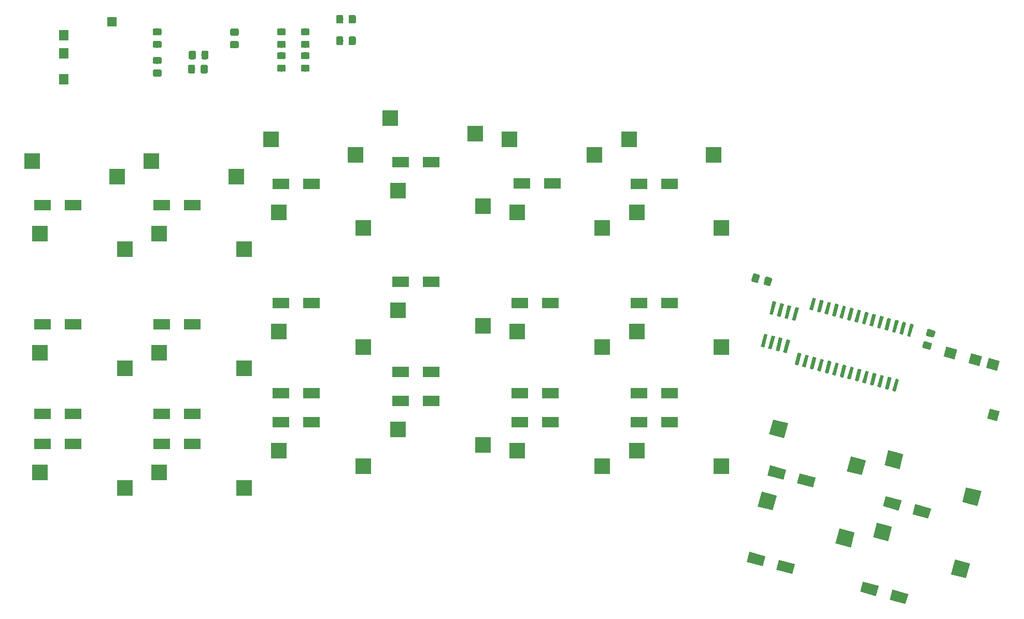
<source format=gtp>
G04 #@! TF.GenerationSoftware,KiCad,Pcbnew,(5.1.4)-1*
G04 #@! TF.CreationDate,2020-05-29T20:33:55-05:00*
G04 #@! TF.ProjectId,Keeb,4b656562-2e6b-4696-9361-645f70636258,rev?*
G04 #@! TF.SameCoordinates,Original*
G04 #@! TF.FileFunction,Paste,Top*
G04 #@! TF.FilePolarity,Positive*
%FSLAX46Y46*%
G04 Gerber Fmt 4.6, Leading zero omitted, Abs format (unit mm)*
G04 Created by KiCad (PCBNEW (5.1.4)-1) date 2020-05-29 20:33:55*
%MOMM*%
%LPD*%
G04 APERTURE LIST*
%ADD10R,2.550000X2.500000*%
%ADD11R,2.700000X1.700000*%
%ADD12C,1.650000*%
%ADD13C,0.100000*%
%ADD14R,1.650000X1.800000*%
%ADD15R,1.650000X1.650000*%
%ADD16C,1.700000*%
%ADD17C,2.500000*%
%ADD18C,0.600000*%
%ADD19C,1.150000*%
G04 APERTURE END LIST*
D10*
X217678891Y-57453534D03*
X231528891Y-59993534D03*
D11*
X283146215Y-61097120D03*
X278146215Y-61097120D03*
D12*
X355154573Y-90714107D03*
D13*
G36*
X356237432Y-90150155D02*
G01*
X355810381Y-91743933D01*
X354071714Y-91278059D01*
X354498765Y-89684281D01*
X356237432Y-90150155D01*
X356237432Y-90150155D01*
G37*
D12*
X352256795Y-89937650D03*
D13*
G36*
X353339654Y-89373698D02*
G01*
X352912603Y-90967476D01*
X351173936Y-90501602D01*
X351600987Y-88907824D01*
X353339654Y-89373698D01*
X353339654Y-89373698D01*
G37*
D12*
X348199906Y-88850611D03*
D13*
G36*
X349282765Y-88286659D02*
G01*
X348855714Y-89880437D01*
X347117047Y-89414563D01*
X347544098Y-87820785D01*
X349282765Y-88286659D01*
X349282765Y-88286659D01*
G37*
D12*
X355221998Y-98962619D03*
D13*
G36*
X356232413Y-98379256D02*
G01*
X355805361Y-99973034D01*
X354211583Y-99545982D01*
X354638635Y-97952204D01*
X356232413Y-98379256D01*
X356232413Y-98379256D01*
G37*
D14*
X203298892Y-36867120D03*
X203298892Y-39867120D03*
X203298893Y-44067120D03*
D15*
X211248892Y-34667120D03*
D16*
X339778706Y-128685580D03*
D13*
G36*
X341302702Y-128213949D02*
G01*
X340862710Y-129856023D01*
X338254710Y-129157211D01*
X338694702Y-127515137D01*
X341302702Y-128213949D01*
X341302702Y-128213949D01*
G37*
D16*
X334949076Y-127391484D03*
D13*
G36*
X336473072Y-126919853D02*
G01*
X336033080Y-128561927D01*
X333425080Y-127863115D01*
X333865072Y-126221041D01*
X336473072Y-126919853D01*
X336473072Y-126919853D01*
G37*
D16*
X321253707Y-123810582D03*
D13*
G36*
X322777703Y-123338951D02*
G01*
X322337711Y-124981025D01*
X319729711Y-124282213D01*
X320169703Y-122640139D01*
X322777703Y-123338951D01*
X322777703Y-123338951D01*
G37*
D16*
X316424077Y-122516486D03*
D13*
G36*
X317948073Y-122044855D02*
G01*
X317508081Y-123686929D01*
X314900081Y-122988117D01*
X315340073Y-121346043D01*
X317948073Y-122044855D01*
X317948073Y-122044855D01*
G37*
D11*
X302328892Y-100163665D03*
X297328892Y-100163665D03*
X282828891Y-100163667D03*
X277828891Y-100163667D03*
X263328891Y-96663667D03*
X258328891Y-96663667D03*
X243828891Y-100163666D03*
X238828891Y-100163666D03*
X224328891Y-103663534D03*
X219328891Y-103663534D03*
X204828891Y-103663533D03*
X199828891Y-103663533D03*
D16*
X338676275Y-113424713D03*
D13*
G36*
X337152279Y-113896344D02*
G01*
X337592271Y-112254270D01*
X340200271Y-112953082D01*
X339760279Y-114595156D01*
X337152279Y-113896344D01*
X337152279Y-113896344D01*
G37*
D16*
X343505905Y-114718809D03*
D13*
G36*
X341981909Y-115190440D02*
G01*
X342421901Y-113548366D01*
X345029901Y-114247178D01*
X344589909Y-115889252D01*
X341981909Y-115190440D01*
X341981909Y-115190440D01*
G37*
D16*
X324666206Y-109673081D03*
D13*
G36*
X326190202Y-109201450D02*
G01*
X325750210Y-110843524D01*
X323142210Y-110144712D01*
X323582202Y-108502638D01*
X326190202Y-109201450D01*
X326190202Y-109201450D01*
G37*
D16*
X319836576Y-108378985D03*
D13*
G36*
X321360572Y-107907354D02*
G01*
X320920580Y-109549428D01*
X318312580Y-108850616D01*
X318752572Y-107208542D01*
X321360572Y-107907354D01*
X321360572Y-107907354D01*
G37*
D11*
X302326391Y-95376034D03*
X297326391Y-95376034D03*
X282826392Y-95376032D03*
X277826392Y-95376032D03*
X263326391Y-91963534D03*
X258326391Y-91963534D03*
X243826393Y-95376034D03*
X238826393Y-95376034D03*
X224326392Y-98788532D03*
X219326392Y-98788532D03*
X204826391Y-98788533D03*
X199826391Y-98788533D03*
X302328891Y-80663667D03*
X297328891Y-80663667D03*
X282828891Y-80663667D03*
X277828891Y-80663667D03*
X263328893Y-77163667D03*
X258328893Y-77163667D03*
X243828892Y-80663667D03*
X238828892Y-80663667D03*
X224328891Y-84163532D03*
X219328891Y-84163532D03*
X204828891Y-84163534D03*
X199828891Y-84163534D03*
X302328891Y-61163667D03*
X297328891Y-61163667D03*
X263328891Y-57663666D03*
X258328891Y-57663666D03*
X243828891Y-61163665D03*
X238828891Y-61163665D03*
X224328891Y-64663534D03*
X219328891Y-64663534D03*
X204826391Y-64663535D03*
X199826391Y-64663535D03*
D17*
X349833918Y-124120533D03*
D13*
G36*
X351388997Y-123243120D02*
G01*
X350741950Y-125657935D01*
X348278839Y-124997946D01*
X348925886Y-122583131D01*
X351388997Y-123243120D01*
X351388997Y-123243120D01*
G37*
D17*
X337113245Y-118082438D03*
D13*
G36*
X338668324Y-117205025D02*
G01*
X338021277Y-119619840D01*
X335558166Y-118959851D01*
X336205213Y-116545036D01*
X338668324Y-117205025D01*
X338668324Y-117205025D01*
G37*
D17*
X330998365Y-119073561D03*
D13*
G36*
X332553444Y-118196148D02*
G01*
X331906397Y-120610963D01*
X329443286Y-119950974D01*
X330090333Y-117536159D01*
X332553444Y-118196148D01*
X332553444Y-118196148D01*
G37*
D17*
X318277692Y-113035466D03*
D13*
G36*
X319832771Y-112158053D02*
G01*
X319185724Y-114572868D01*
X316722613Y-113912879D01*
X317369660Y-111498064D01*
X319832771Y-112158053D01*
X319832771Y-112158053D01*
G37*
D10*
X310798893Y-107373667D03*
X296948893Y-104833667D03*
X291298891Y-107373667D03*
X277448891Y-104833667D03*
X271798891Y-103873667D03*
X257948891Y-101333667D03*
X252298891Y-107373665D03*
X238448891Y-104833665D03*
X232798891Y-110873534D03*
X218948891Y-108333534D03*
X213298891Y-110873534D03*
X199448891Y-108333534D03*
D17*
X338961290Y-106278540D03*
D13*
G36*
X337406211Y-107155953D02*
G01*
X338053258Y-104741138D01*
X340516369Y-105401127D01*
X339869322Y-107815942D01*
X337406211Y-107155953D01*
X337406211Y-107155953D01*
G37*
D17*
X351681963Y-112316635D03*
D13*
G36*
X350126884Y-113194048D02*
G01*
X350773931Y-110779233D01*
X353237042Y-111439222D01*
X352589995Y-113854037D01*
X350126884Y-113194048D01*
X350126884Y-113194048D01*
G37*
D17*
X320125736Y-101231569D03*
D13*
G36*
X318570657Y-102108982D02*
G01*
X319217704Y-99694167D01*
X321680815Y-100354156D01*
X321033768Y-102768971D01*
X318570657Y-102108982D01*
X318570657Y-102108982D01*
G37*
D17*
X332846409Y-107269664D03*
D13*
G36*
X331291330Y-108147077D02*
G01*
X331938377Y-105732262D01*
X334401488Y-106392251D01*
X333754441Y-108807066D01*
X331291330Y-108147077D01*
X331291330Y-108147077D01*
G37*
D10*
X310798891Y-87873667D03*
X296948891Y-85333667D03*
X291298893Y-87873667D03*
X277448893Y-85333667D03*
X271798889Y-84373667D03*
X257948889Y-81833667D03*
X252298891Y-87873667D03*
X238448891Y-85333667D03*
X232798891Y-91373534D03*
X218948891Y-88833534D03*
X213298891Y-91373532D03*
X199448891Y-88833532D03*
X310798891Y-68373667D03*
X296948891Y-65833667D03*
X291298891Y-68373665D03*
X277448891Y-65833665D03*
X271798892Y-64873665D03*
X257948892Y-62333665D03*
X252298891Y-68373667D03*
X238448891Y-65833667D03*
X232798892Y-71873532D03*
X218948892Y-69333532D03*
X213298891Y-71873534D03*
X199448891Y-69333534D03*
X295678891Y-53953665D03*
X309528891Y-56493665D03*
X276178891Y-53953667D03*
X290028891Y-56493667D03*
X256678893Y-50453666D03*
X270528893Y-52993666D03*
X237178891Y-53953667D03*
X251028891Y-56493667D03*
X198178890Y-57453666D03*
X212028890Y-59993666D03*
D13*
G36*
X341742093Y-84077970D02*
G01*
X341756716Y-84079653D01*
X341771105Y-84082760D01*
X342060883Y-84160406D01*
X342074898Y-84164909D01*
X342088403Y-84170764D01*
X342101270Y-84177915D01*
X342113374Y-84186292D01*
X342124599Y-84195815D01*
X342134836Y-84206393D01*
X342143987Y-84217923D01*
X342151964Y-84230295D01*
X342158690Y-84243389D01*
X342164100Y-84257079D01*
X342168142Y-84271234D01*
X342170777Y-84285716D01*
X342171980Y-84300387D01*
X342171739Y-84315106D01*
X342170056Y-84329729D01*
X342166949Y-84344118D01*
X341714015Y-86034488D01*
X341709512Y-86048503D01*
X341703657Y-86062008D01*
X341696506Y-86074875D01*
X341688129Y-86086979D01*
X341678606Y-86098204D01*
X341668028Y-86108441D01*
X341656498Y-86117592D01*
X341644126Y-86125569D01*
X341631032Y-86132295D01*
X341617342Y-86137705D01*
X341603187Y-86141747D01*
X341588705Y-86144382D01*
X341574034Y-86145585D01*
X341559315Y-86145344D01*
X341544692Y-86143661D01*
X341530303Y-86140554D01*
X341240525Y-86062908D01*
X341226510Y-86058405D01*
X341213005Y-86052550D01*
X341200138Y-86045399D01*
X341188034Y-86037022D01*
X341176809Y-86027499D01*
X341166572Y-86016921D01*
X341157421Y-86005391D01*
X341149444Y-85993019D01*
X341142718Y-85979925D01*
X341137308Y-85966235D01*
X341133266Y-85952080D01*
X341130631Y-85937598D01*
X341129428Y-85922927D01*
X341129669Y-85908208D01*
X341131352Y-85893585D01*
X341134459Y-85879196D01*
X341587393Y-84188826D01*
X341591896Y-84174811D01*
X341597751Y-84161306D01*
X341604902Y-84148439D01*
X341613279Y-84136335D01*
X341622802Y-84125110D01*
X341633380Y-84114873D01*
X341644910Y-84105722D01*
X341657282Y-84097745D01*
X341670376Y-84091019D01*
X341684066Y-84085609D01*
X341698221Y-84081567D01*
X341712703Y-84078932D01*
X341727374Y-84077729D01*
X341742093Y-84077970D01*
X341742093Y-84077970D01*
G37*
D18*
X341650704Y-85111657D03*
D13*
G36*
X340515367Y-83749270D02*
G01*
X340529990Y-83750953D01*
X340544379Y-83754060D01*
X340834157Y-83831706D01*
X340848172Y-83836209D01*
X340861677Y-83842064D01*
X340874544Y-83849215D01*
X340886648Y-83857592D01*
X340897873Y-83867115D01*
X340908110Y-83877693D01*
X340917261Y-83889223D01*
X340925238Y-83901595D01*
X340931964Y-83914689D01*
X340937374Y-83928379D01*
X340941416Y-83942534D01*
X340944051Y-83957016D01*
X340945254Y-83971687D01*
X340945013Y-83986406D01*
X340943330Y-84001029D01*
X340940223Y-84015418D01*
X340487289Y-85705788D01*
X340482786Y-85719803D01*
X340476931Y-85733308D01*
X340469780Y-85746175D01*
X340461403Y-85758279D01*
X340451880Y-85769504D01*
X340441302Y-85779741D01*
X340429772Y-85788892D01*
X340417400Y-85796869D01*
X340404306Y-85803595D01*
X340390616Y-85809005D01*
X340376461Y-85813047D01*
X340361979Y-85815682D01*
X340347308Y-85816885D01*
X340332589Y-85816644D01*
X340317966Y-85814961D01*
X340303577Y-85811854D01*
X340013799Y-85734208D01*
X339999784Y-85729705D01*
X339986279Y-85723850D01*
X339973412Y-85716699D01*
X339961308Y-85708322D01*
X339950083Y-85698799D01*
X339939846Y-85688221D01*
X339930695Y-85676691D01*
X339922718Y-85664319D01*
X339915992Y-85651225D01*
X339910582Y-85637535D01*
X339906540Y-85623380D01*
X339903905Y-85608898D01*
X339902702Y-85594227D01*
X339902943Y-85579508D01*
X339904626Y-85564885D01*
X339907733Y-85550496D01*
X340360667Y-83860126D01*
X340365170Y-83846111D01*
X340371025Y-83832606D01*
X340378176Y-83819739D01*
X340386553Y-83807635D01*
X340396076Y-83796410D01*
X340406654Y-83786173D01*
X340418184Y-83777022D01*
X340430556Y-83769045D01*
X340443650Y-83762319D01*
X340457340Y-83756909D01*
X340471495Y-83752867D01*
X340485977Y-83750232D01*
X340500648Y-83749029D01*
X340515367Y-83749270D01*
X340515367Y-83749270D01*
G37*
D18*
X340423978Y-84782957D03*
D13*
G36*
X339288642Y-83420570D02*
G01*
X339303265Y-83422253D01*
X339317654Y-83425360D01*
X339607432Y-83503006D01*
X339621447Y-83507509D01*
X339634952Y-83513364D01*
X339647819Y-83520515D01*
X339659923Y-83528892D01*
X339671148Y-83538415D01*
X339681385Y-83548993D01*
X339690536Y-83560523D01*
X339698513Y-83572895D01*
X339705239Y-83585989D01*
X339710649Y-83599679D01*
X339714691Y-83613834D01*
X339717326Y-83628316D01*
X339718529Y-83642987D01*
X339718288Y-83657706D01*
X339716605Y-83672329D01*
X339713498Y-83686718D01*
X339260564Y-85377088D01*
X339256061Y-85391103D01*
X339250206Y-85404608D01*
X339243055Y-85417475D01*
X339234678Y-85429579D01*
X339225155Y-85440804D01*
X339214577Y-85451041D01*
X339203047Y-85460192D01*
X339190675Y-85468169D01*
X339177581Y-85474895D01*
X339163891Y-85480305D01*
X339149736Y-85484347D01*
X339135254Y-85486982D01*
X339120583Y-85488185D01*
X339105864Y-85487944D01*
X339091241Y-85486261D01*
X339076852Y-85483154D01*
X338787074Y-85405508D01*
X338773059Y-85401005D01*
X338759554Y-85395150D01*
X338746687Y-85387999D01*
X338734583Y-85379622D01*
X338723358Y-85370099D01*
X338713121Y-85359521D01*
X338703970Y-85347991D01*
X338695993Y-85335619D01*
X338689267Y-85322525D01*
X338683857Y-85308835D01*
X338679815Y-85294680D01*
X338677180Y-85280198D01*
X338675977Y-85265527D01*
X338676218Y-85250808D01*
X338677901Y-85236185D01*
X338681008Y-85221796D01*
X339133942Y-83531426D01*
X339138445Y-83517411D01*
X339144300Y-83503906D01*
X339151451Y-83491039D01*
X339159828Y-83478935D01*
X339169351Y-83467710D01*
X339179929Y-83457473D01*
X339191459Y-83448322D01*
X339203831Y-83440345D01*
X339216925Y-83433619D01*
X339230615Y-83428209D01*
X339244770Y-83424167D01*
X339259252Y-83421532D01*
X339273923Y-83420329D01*
X339288642Y-83420570D01*
X339288642Y-83420570D01*
G37*
D18*
X339197253Y-84454257D03*
D13*
G36*
X338061916Y-83091870D02*
G01*
X338076539Y-83093553D01*
X338090928Y-83096660D01*
X338380706Y-83174306D01*
X338394721Y-83178809D01*
X338408226Y-83184664D01*
X338421093Y-83191815D01*
X338433197Y-83200192D01*
X338444422Y-83209715D01*
X338454659Y-83220293D01*
X338463810Y-83231823D01*
X338471787Y-83244195D01*
X338478513Y-83257289D01*
X338483923Y-83270979D01*
X338487965Y-83285134D01*
X338490600Y-83299616D01*
X338491803Y-83314287D01*
X338491562Y-83329006D01*
X338489879Y-83343629D01*
X338486772Y-83358018D01*
X338033838Y-85048388D01*
X338029335Y-85062403D01*
X338023480Y-85075908D01*
X338016329Y-85088775D01*
X338007952Y-85100879D01*
X337998429Y-85112104D01*
X337987851Y-85122341D01*
X337976321Y-85131492D01*
X337963949Y-85139469D01*
X337950855Y-85146195D01*
X337937165Y-85151605D01*
X337923010Y-85155647D01*
X337908528Y-85158282D01*
X337893857Y-85159485D01*
X337879138Y-85159244D01*
X337864515Y-85157561D01*
X337850126Y-85154454D01*
X337560348Y-85076808D01*
X337546333Y-85072305D01*
X337532828Y-85066450D01*
X337519961Y-85059299D01*
X337507857Y-85050922D01*
X337496632Y-85041399D01*
X337486395Y-85030821D01*
X337477244Y-85019291D01*
X337469267Y-85006919D01*
X337462541Y-84993825D01*
X337457131Y-84980135D01*
X337453089Y-84965980D01*
X337450454Y-84951498D01*
X337449251Y-84936827D01*
X337449492Y-84922108D01*
X337451175Y-84907485D01*
X337454282Y-84893096D01*
X337907216Y-83202726D01*
X337911719Y-83188711D01*
X337917574Y-83175206D01*
X337924725Y-83162339D01*
X337933102Y-83150235D01*
X337942625Y-83139010D01*
X337953203Y-83128773D01*
X337964733Y-83119622D01*
X337977105Y-83111645D01*
X337990199Y-83104919D01*
X338003889Y-83099509D01*
X338018044Y-83095467D01*
X338032526Y-83092832D01*
X338047197Y-83091629D01*
X338061916Y-83091870D01*
X338061916Y-83091870D01*
G37*
D18*
X337970527Y-84125557D03*
D13*
G36*
X336835190Y-82763169D02*
G01*
X336849813Y-82764852D01*
X336864202Y-82767959D01*
X337153980Y-82845605D01*
X337167995Y-82850108D01*
X337181500Y-82855963D01*
X337194367Y-82863114D01*
X337206471Y-82871491D01*
X337217696Y-82881014D01*
X337227933Y-82891592D01*
X337237084Y-82903122D01*
X337245061Y-82915494D01*
X337251787Y-82928588D01*
X337257197Y-82942278D01*
X337261239Y-82956433D01*
X337263874Y-82970915D01*
X337265077Y-82985586D01*
X337264836Y-83000305D01*
X337263153Y-83014928D01*
X337260046Y-83029317D01*
X336807112Y-84719687D01*
X336802609Y-84733702D01*
X336796754Y-84747207D01*
X336789603Y-84760074D01*
X336781226Y-84772178D01*
X336771703Y-84783403D01*
X336761125Y-84793640D01*
X336749595Y-84802791D01*
X336737223Y-84810768D01*
X336724129Y-84817494D01*
X336710439Y-84822904D01*
X336696284Y-84826946D01*
X336681802Y-84829581D01*
X336667131Y-84830784D01*
X336652412Y-84830543D01*
X336637789Y-84828860D01*
X336623400Y-84825753D01*
X336333622Y-84748107D01*
X336319607Y-84743604D01*
X336306102Y-84737749D01*
X336293235Y-84730598D01*
X336281131Y-84722221D01*
X336269906Y-84712698D01*
X336259669Y-84702120D01*
X336250518Y-84690590D01*
X336242541Y-84678218D01*
X336235815Y-84665124D01*
X336230405Y-84651434D01*
X336226363Y-84637279D01*
X336223728Y-84622797D01*
X336222525Y-84608126D01*
X336222766Y-84593407D01*
X336224449Y-84578784D01*
X336227556Y-84564395D01*
X336680490Y-82874025D01*
X336684993Y-82860010D01*
X336690848Y-82846505D01*
X336697999Y-82833638D01*
X336706376Y-82821534D01*
X336715899Y-82810309D01*
X336726477Y-82800072D01*
X336738007Y-82790921D01*
X336750379Y-82782944D01*
X336763473Y-82776218D01*
X336777163Y-82770808D01*
X336791318Y-82766766D01*
X336805800Y-82764131D01*
X336820471Y-82762928D01*
X336835190Y-82763169D01*
X336835190Y-82763169D01*
G37*
D18*
X336743801Y-83796856D03*
D13*
G36*
X335608464Y-82434469D02*
G01*
X335623087Y-82436152D01*
X335637476Y-82439259D01*
X335927254Y-82516905D01*
X335941269Y-82521408D01*
X335954774Y-82527263D01*
X335967641Y-82534414D01*
X335979745Y-82542791D01*
X335990970Y-82552314D01*
X336001207Y-82562892D01*
X336010358Y-82574422D01*
X336018335Y-82586794D01*
X336025061Y-82599888D01*
X336030471Y-82613578D01*
X336034513Y-82627733D01*
X336037148Y-82642215D01*
X336038351Y-82656886D01*
X336038110Y-82671605D01*
X336036427Y-82686228D01*
X336033320Y-82700617D01*
X335580386Y-84390987D01*
X335575883Y-84405002D01*
X335570028Y-84418507D01*
X335562877Y-84431374D01*
X335554500Y-84443478D01*
X335544977Y-84454703D01*
X335534399Y-84464940D01*
X335522869Y-84474091D01*
X335510497Y-84482068D01*
X335497403Y-84488794D01*
X335483713Y-84494204D01*
X335469558Y-84498246D01*
X335455076Y-84500881D01*
X335440405Y-84502084D01*
X335425686Y-84501843D01*
X335411063Y-84500160D01*
X335396674Y-84497053D01*
X335106896Y-84419407D01*
X335092881Y-84414904D01*
X335079376Y-84409049D01*
X335066509Y-84401898D01*
X335054405Y-84393521D01*
X335043180Y-84383998D01*
X335032943Y-84373420D01*
X335023792Y-84361890D01*
X335015815Y-84349518D01*
X335009089Y-84336424D01*
X335003679Y-84322734D01*
X334999637Y-84308579D01*
X334997002Y-84294097D01*
X334995799Y-84279426D01*
X334996040Y-84264707D01*
X334997723Y-84250084D01*
X335000830Y-84235695D01*
X335453764Y-82545325D01*
X335458267Y-82531310D01*
X335464122Y-82517805D01*
X335471273Y-82504938D01*
X335479650Y-82492834D01*
X335489173Y-82481609D01*
X335499751Y-82471372D01*
X335511281Y-82462221D01*
X335523653Y-82454244D01*
X335536747Y-82447518D01*
X335550437Y-82442108D01*
X335564592Y-82438066D01*
X335579074Y-82435431D01*
X335593745Y-82434228D01*
X335608464Y-82434469D01*
X335608464Y-82434469D01*
G37*
D18*
X335517075Y-83468156D03*
D13*
G36*
X334381738Y-82105769D02*
G01*
X334396361Y-82107452D01*
X334410750Y-82110559D01*
X334700528Y-82188205D01*
X334714543Y-82192708D01*
X334728048Y-82198563D01*
X334740915Y-82205714D01*
X334753019Y-82214091D01*
X334764244Y-82223614D01*
X334774481Y-82234192D01*
X334783632Y-82245722D01*
X334791609Y-82258094D01*
X334798335Y-82271188D01*
X334803745Y-82284878D01*
X334807787Y-82299033D01*
X334810422Y-82313515D01*
X334811625Y-82328186D01*
X334811384Y-82342905D01*
X334809701Y-82357528D01*
X334806594Y-82371917D01*
X334353660Y-84062287D01*
X334349157Y-84076302D01*
X334343302Y-84089807D01*
X334336151Y-84102674D01*
X334327774Y-84114778D01*
X334318251Y-84126003D01*
X334307673Y-84136240D01*
X334296143Y-84145391D01*
X334283771Y-84153368D01*
X334270677Y-84160094D01*
X334256987Y-84165504D01*
X334242832Y-84169546D01*
X334228350Y-84172181D01*
X334213679Y-84173384D01*
X334198960Y-84173143D01*
X334184337Y-84171460D01*
X334169948Y-84168353D01*
X333880170Y-84090707D01*
X333866155Y-84086204D01*
X333852650Y-84080349D01*
X333839783Y-84073198D01*
X333827679Y-84064821D01*
X333816454Y-84055298D01*
X333806217Y-84044720D01*
X333797066Y-84033190D01*
X333789089Y-84020818D01*
X333782363Y-84007724D01*
X333776953Y-83994034D01*
X333772911Y-83979879D01*
X333770276Y-83965397D01*
X333769073Y-83950726D01*
X333769314Y-83936007D01*
X333770997Y-83921384D01*
X333774104Y-83906995D01*
X334227038Y-82216625D01*
X334231541Y-82202610D01*
X334237396Y-82189105D01*
X334244547Y-82176238D01*
X334252924Y-82164134D01*
X334262447Y-82152909D01*
X334273025Y-82142672D01*
X334284555Y-82133521D01*
X334296927Y-82125544D01*
X334310021Y-82118818D01*
X334323711Y-82113408D01*
X334337866Y-82109366D01*
X334352348Y-82106731D01*
X334367019Y-82105528D01*
X334381738Y-82105769D01*
X334381738Y-82105769D01*
G37*
D18*
X334290349Y-83139456D03*
D13*
G36*
X333155013Y-81777069D02*
G01*
X333169636Y-81778752D01*
X333184025Y-81781859D01*
X333473803Y-81859505D01*
X333487818Y-81864008D01*
X333501323Y-81869863D01*
X333514190Y-81877014D01*
X333526294Y-81885391D01*
X333537519Y-81894914D01*
X333547756Y-81905492D01*
X333556907Y-81917022D01*
X333564884Y-81929394D01*
X333571610Y-81942488D01*
X333577020Y-81956178D01*
X333581062Y-81970333D01*
X333583697Y-81984815D01*
X333584900Y-81999486D01*
X333584659Y-82014205D01*
X333582976Y-82028828D01*
X333579869Y-82043217D01*
X333126935Y-83733587D01*
X333122432Y-83747602D01*
X333116577Y-83761107D01*
X333109426Y-83773974D01*
X333101049Y-83786078D01*
X333091526Y-83797303D01*
X333080948Y-83807540D01*
X333069418Y-83816691D01*
X333057046Y-83824668D01*
X333043952Y-83831394D01*
X333030262Y-83836804D01*
X333016107Y-83840846D01*
X333001625Y-83843481D01*
X332986954Y-83844684D01*
X332972235Y-83844443D01*
X332957612Y-83842760D01*
X332943223Y-83839653D01*
X332653445Y-83762007D01*
X332639430Y-83757504D01*
X332625925Y-83751649D01*
X332613058Y-83744498D01*
X332600954Y-83736121D01*
X332589729Y-83726598D01*
X332579492Y-83716020D01*
X332570341Y-83704490D01*
X332562364Y-83692118D01*
X332555638Y-83679024D01*
X332550228Y-83665334D01*
X332546186Y-83651179D01*
X332543551Y-83636697D01*
X332542348Y-83622026D01*
X332542589Y-83607307D01*
X332544272Y-83592684D01*
X332547379Y-83578295D01*
X333000313Y-81887925D01*
X333004816Y-81873910D01*
X333010671Y-81860405D01*
X333017822Y-81847538D01*
X333026199Y-81835434D01*
X333035722Y-81824209D01*
X333046300Y-81813972D01*
X333057830Y-81804821D01*
X333070202Y-81796844D01*
X333083296Y-81790118D01*
X333096986Y-81784708D01*
X333111141Y-81780666D01*
X333125623Y-81778031D01*
X333140294Y-81776828D01*
X333155013Y-81777069D01*
X333155013Y-81777069D01*
G37*
D18*
X333063624Y-82810756D03*
D13*
G36*
X331928287Y-81448369D02*
G01*
X331942910Y-81450052D01*
X331957299Y-81453159D01*
X332247077Y-81530805D01*
X332261092Y-81535308D01*
X332274597Y-81541163D01*
X332287464Y-81548314D01*
X332299568Y-81556691D01*
X332310793Y-81566214D01*
X332321030Y-81576792D01*
X332330181Y-81588322D01*
X332338158Y-81600694D01*
X332344884Y-81613788D01*
X332350294Y-81627478D01*
X332354336Y-81641633D01*
X332356971Y-81656115D01*
X332358174Y-81670786D01*
X332357933Y-81685505D01*
X332356250Y-81700128D01*
X332353143Y-81714517D01*
X331900209Y-83404887D01*
X331895706Y-83418902D01*
X331889851Y-83432407D01*
X331882700Y-83445274D01*
X331874323Y-83457378D01*
X331864800Y-83468603D01*
X331854222Y-83478840D01*
X331842692Y-83487991D01*
X331830320Y-83495968D01*
X331817226Y-83502694D01*
X331803536Y-83508104D01*
X331789381Y-83512146D01*
X331774899Y-83514781D01*
X331760228Y-83515984D01*
X331745509Y-83515743D01*
X331730886Y-83514060D01*
X331716497Y-83510953D01*
X331426719Y-83433307D01*
X331412704Y-83428804D01*
X331399199Y-83422949D01*
X331386332Y-83415798D01*
X331374228Y-83407421D01*
X331363003Y-83397898D01*
X331352766Y-83387320D01*
X331343615Y-83375790D01*
X331335638Y-83363418D01*
X331328912Y-83350324D01*
X331323502Y-83336634D01*
X331319460Y-83322479D01*
X331316825Y-83307997D01*
X331315622Y-83293326D01*
X331315863Y-83278607D01*
X331317546Y-83263984D01*
X331320653Y-83249595D01*
X331773587Y-81559225D01*
X331778090Y-81545210D01*
X331783945Y-81531705D01*
X331791096Y-81518838D01*
X331799473Y-81506734D01*
X331808996Y-81495509D01*
X331819574Y-81485272D01*
X331831104Y-81476121D01*
X331843476Y-81468144D01*
X331856570Y-81461418D01*
X331870260Y-81456008D01*
X331884415Y-81451966D01*
X331898897Y-81449331D01*
X331913568Y-81448128D01*
X331928287Y-81448369D01*
X331928287Y-81448369D01*
G37*
D18*
X331836898Y-82482056D03*
D13*
G36*
X330701561Y-81119668D02*
G01*
X330716184Y-81121351D01*
X330730573Y-81124458D01*
X331020351Y-81202104D01*
X331034366Y-81206607D01*
X331047871Y-81212462D01*
X331060738Y-81219613D01*
X331072842Y-81227990D01*
X331084067Y-81237513D01*
X331094304Y-81248091D01*
X331103455Y-81259621D01*
X331111432Y-81271993D01*
X331118158Y-81285087D01*
X331123568Y-81298777D01*
X331127610Y-81312932D01*
X331130245Y-81327414D01*
X331131448Y-81342085D01*
X331131207Y-81356804D01*
X331129524Y-81371427D01*
X331126417Y-81385816D01*
X330673483Y-83076186D01*
X330668980Y-83090201D01*
X330663125Y-83103706D01*
X330655974Y-83116573D01*
X330647597Y-83128677D01*
X330638074Y-83139902D01*
X330627496Y-83150139D01*
X330615966Y-83159290D01*
X330603594Y-83167267D01*
X330590500Y-83173993D01*
X330576810Y-83179403D01*
X330562655Y-83183445D01*
X330548173Y-83186080D01*
X330533502Y-83187283D01*
X330518783Y-83187042D01*
X330504160Y-83185359D01*
X330489771Y-83182252D01*
X330199993Y-83104606D01*
X330185978Y-83100103D01*
X330172473Y-83094248D01*
X330159606Y-83087097D01*
X330147502Y-83078720D01*
X330136277Y-83069197D01*
X330126040Y-83058619D01*
X330116889Y-83047089D01*
X330108912Y-83034717D01*
X330102186Y-83021623D01*
X330096776Y-83007933D01*
X330092734Y-82993778D01*
X330090099Y-82979296D01*
X330088896Y-82964625D01*
X330089137Y-82949906D01*
X330090820Y-82935283D01*
X330093927Y-82920894D01*
X330546861Y-81230524D01*
X330551364Y-81216509D01*
X330557219Y-81203004D01*
X330564370Y-81190137D01*
X330572747Y-81178033D01*
X330582270Y-81166808D01*
X330592848Y-81156571D01*
X330604378Y-81147420D01*
X330616750Y-81139443D01*
X330629844Y-81132717D01*
X330643534Y-81127307D01*
X330657689Y-81123265D01*
X330672171Y-81120630D01*
X330686842Y-81119427D01*
X330701561Y-81119668D01*
X330701561Y-81119668D01*
G37*
D18*
X330610172Y-82153355D03*
D13*
G36*
X329474835Y-80790968D02*
G01*
X329489458Y-80792651D01*
X329503847Y-80795758D01*
X329793625Y-80873404D01*
X329807640Y-80877907D01*
X329821145Y-80883762D01*
X329834012Y-80890913D01*
X329846116Y-80899290D01*
X329857341Y-80908813D01*
X329867578Y-80919391D01*
X329876729Y-80930921D01*
X329884706Y-80943293D01*
X329891432Y-80956387D01*
X329896842Y-80970077D01*
X329900884Y-80984232D01*
X329903519Y-80998714D01*
X329904722Y-81013385D01*
X329904481Y-81028104D01*
X329902798Y-81042727D01*
X329899691Y-81057116D01*
X329446757Y-82747486D01*
X329442254Y-82761501D01*
X329436399Y-82775006D01*
X329429248Y-82787873D01*
X329420871Y-82799977D01*
X329411348Y-82811202D01*
X329400770Y-82821439D01*
X329389240Y-82830590D01*
X329376868Y-82838567D01*
X329363774Y-82845293D01*
X329350084Y-82850703D01*
X329335929Y-82854745D01*
X329321447Y-82857380D01*
X329306776Y-82858583D01*
X329292057Y-82858342D01*
X329277434Y-82856659D01*
X329263045Y-82853552D01*
X328973267Y-82775906D01*
X328959252Y-82771403D01*
X328945747Y-82765548D01*
X328932880Y-82758397D01*
X328920776Y-82750020D01*
X328909551Y-82740497D01*
X328899314Y-82729919D01*
X328890163Y-82718389D01*
X328882186Y-82706017D01*
X328875460Y-82692923D01*
X328870050Y-82679233D01*
X328866008Y-82665078D01*
X328863373Y-82650596D01*
X328862170Y-82635925D01*
X328862411Y-82621206D01*
X328864094Y-82606583D01*
X328867201Y-82592194D01*
X329320135Y-80901824D01*
X329324638Y-80887809D01*
X329330493Y-80874304D01*
X329337644Y-80861437D01*
X329346021Y-80849333D01*
X329355544Y-80838108D01*
X329366122Y-80827871D01*
X329377652Y-80818720D01*
X329390024Y-80810743D01*
X329403118Y-80804017D01*
X329416808Y-80798607D01*
X329430963Y-80794565D01*
X329445445Y-80791930D01*
X329460116Y-80790727D01*
X329474835Y-80790968D01*
X329474835Y-80790968D01*
G37*
D18*
X329383446Y-81824655D03*
D13*
G36*
X328248109Y-80462268D02*
G01*
X328262732Y-80463951D01*
X328277121Y-80467058D01*
X328566899Y-80544704D01*
X328580914Y-80549207D01*
X328594419Y-80555062D01*
X328607286Y-80562213D01*
X328619390Y-80570590D01*
X328630615Y-80580113D01*
X328640852Y-80590691D01*
X328650003Y-80602221D01*
X328657980Y-80614593D01*
X328664706Y-80627687D01*
X328670116Y-80641377D01*
X328674158Y-80655532D01*
X328676793Y-80670014D01*
X328677996Y-80684685D01*
X328677755Y-80699404D01*
X328676072Y-80714027D01*
X328672965Y-80728416D01*
X328220031Y-82418786D01*
X328215528Y-82432801D01*
X328209673Y-82446306D01*
X328202522Y-82459173D01*
X328194145Y-82471277D01*
X328184622Y-82482502D01*
X328174044Y-82492739D01*
X328162514Y-82501890D01*
X328150142Y-82509867D01*
X328137048Y-82516593D01*
X328123358Y-82522003D01*
X328109203Y-82526045D01*
X328094721Y-82528680D01*
X328080050Y-82529883D01*
X328065331Y-82529642D01*
X328050708Y-82527959D01*
X328036319Y-82524852D01*
X327746541Y-82447206D01*
X327732526Y-82442703D01*
X327719021Y-82436848D01*
X327706154Y-82429697D01*
X327694050Y-82421320D01*
X327682825Y-82411797D01*
X327672588Y-82401219D01*
X327663437Y-82389689D01*
X327655460Y-82377317D01*
X327648734Y-82364223D01*
X327643324Y-82350533D01*
X327639282Y-82336378D01*
X327636647Y-82321896D01*
X327635444Y-82307225D01*
X327635685Y-82292506D01*
X327637368Y-82277883D01*
X327640475Y-82263494D01*
X328093409Y-80573124D01*
X328097912Y-80559109D01*
X328103767Y-80545604D01*
X328110918Y-80532737D01*
X328119295Y-80520633D01*
X328128818Y-80509408D01*
X328139396Y-80499171D01*
X328150926Y-80490020D01*
X328163298Y-80482043D01*
X328176392Y-80475317D01*
X328190082Y-80469907D01*
X328204237Y-80465865D01*
X328218719Y-80463230D01*
X328233390Y-80462027D01*
X328248109Y-80462268D01*
X328248109Y-80462268D01*
G37*
D18*
X328156720Y-81495955D03*
D13*
G36*
X327021384Y-80133568D02*
G01*
X327036007Y-80135251D01*
X327050396Y-80138358D01*
X327340174Y-80216004D01*
X327354189Y-80220507D01*
X327367694Y-80226362D01*
X327380561Y-80233513D01*
X327392665Y-80241890D01*
X327403890Y-80251413D01*
X327414127Y-80261991D01*
X327423278Y-80273521D01*
X327431255Y-80285893D01*
X327437981Y-80298987D01*
X327443391Y-80312677D01*
X327447433Y-80326832D01*
X327450068Y-80341314D01*
X327451271Y-80355985D01*
X327451030Y-80370704D01*
X327449347Y-80385327D01*
X327446240Y-80399716D01*
X326993306Y-82090086D01*
X326988803Y-82104101D01*
X326982948Y-82117606D01*
X326975797Y-82130473D01*
X326967420Y-82142577D01*
X326957897Y-82153802D01*
X326947319Y-82164039D01*
X326935789Y-82173190D01*
X326923417Y-82181167D01*
X326910323Y-82187893D01*
X326896633Y-82193303D01*
X326882478Y-82197345D01*
X326867996Y-82199980D01*
X326853325Y-82201183D01*
X326838606Y-82200942D01*
X326823983Y-82199259D01*
X326809594Y-82196152D01*
X326519816Y-82118506D01*
X326505801Y-82114003D01*
X326492296Y-82108148D01*
X326479429Y-82100997D01*
X326467325Y-82092620D01*
X326456100Y-82083097D01*
X326445863Y-82072519D01*
X326436712Y-82060989D01*
X326428735Y-82048617D01*
X326422009Y-82035523D01*
X326416599Y-82021833D01*
X326412557Y-82007678D01*
X326409922Y-81993196D01*
X326408719Y-81978525D01*
X326408960Y-81963806D01*
X326410643Y-81949183D01*
X326413750Y-81934794D01*
X326866684Y-80244424D01*
X326871187Y-80230409D01*
X326877042Y-80216904D01*
X326884193Y-80204037D01*
X326892570Y-80191933D01*
X326902093Y-80180708D01*
X326912671Y-80170471D01*
X326924201Y-80161320D01*
X326936573Y-80153343D01*
X326949667Y-80146617D01*
X326963357Y-80141207D01*
X326977512Y-80137165D01*
X326991994Y-80134530D01*
X327006665Y-80133327D01*
X327021384Y-80133568D01*
X327021384Y-80133568D01*
G37*
D18*
X326929995Y-81167255D03*
D13*
G36*
X325794658Y-79804868D02*
G01*
X325809281Y-79806551D01*
X325823670Y-79809658D01*
X326113448Y-79887304D01*
X326127463Y-79891807D01*
X326140968Y-79897662D01*
X326153835Y-79904813D01*
X326165939Y-79913190D01*
X326177164Y-79922713D01*
X326187401Y-79933291D01*
X326196552Y-79944821D01*
X326204529Y-79957193D01*
X326211255Y-79970287D01*
X326216665Y-79983977D01*
X326220707Y-79998132D01*
X326223342Y-80012614D01*
X326224545Y-80027285D01*
X326224304Y-80042004D01*
X326222621Y-80056627D01*
X326219514Y-80071016D01*
X325766580Y-81761386D01*
X325762077Y-81775401D01*
X325756222Y-81788906D01*
X325749071Y-81801773D01*
X325740694Y-81813877D01*
X325731171Y-81825102D01*
X325720593Y-81835339D01*
X325709063Y-81844490D01*
X325696691Y-81852467D01*
X325683597Y-81859193D01*
X325669907Y-81864603D01*
X325655752Y-81868645D01*
X325641270Y-81871280D01*
X325626599Y-81872483D01*
X325611880Y-81872242D01*
X325597257Y-81870559D01*
X325582868Y-81867452D01*
X325293090Y-81789806D01*
X325279075Y-81785303D01*
X325265570Y-81779448D01*
X325252703Y-81772297D01*
X325240599Y-81763920D01*
X325229374Y-81754397D01*
X325219137Y-81743819D01*
X325209986Y-81732289D01*
X325202009Y-81719917D01*
X325195283Y-81706823D01*
X325189873Y-81693133D01*
X325185831Y-81678978D01*
X325183196Y-81664496D01*
X325181993Y-81649825D01*
X325182234Y-81635106D01*
X325183917Y-81620483D01*
X325187024Y-81606094D01*
X325639958Y-79915724D01*
X325644461Y-79901709D01*
X325650316Y-79888204D01*
X325657467Y-79875337D01*
X325665844Y-79863233D01*
X325675367Y-79852008D01*
X325685945Y-79841771D01*
X325697475Y-79832620D01*
X325709847Y-79824643D01*
X325722941Y-79817917D01*
X325736631Y-79812507D01*
X325750786Y-79808465D01*
X325765268Y-79805830D01*
X325779939Y-79804627D01*
X325794658Y-79804868D01*
X325794658Y-79804868D01*
G37*
D18*
X325703269Y-80838555D03*
D13*
G36*
X323387641Y-88787978D02*
G01*
X323402264Y-88789661D01*
X323416653Y-88792768D01*
X323706431Y-88870414D01*
X323720446Y-88874917D01*
X323733951Y-88880772D01*
X323746818Y-88887923D01*
X323758922Y-88896300D01*
X323770147Y-88905823D01*
X323780384Y-88916401D01*
X323789535Y-88927931D01*
X323797512Y-88940303D01*
X323804238Y-88953397D01*
X323809648Y-88967087D01*
X323813690Y-88981242D01*
X323816325Y-88995724D01*
X323817528Y-89010395D01*
X323817287Y-89025114D01*
X323815604Y-89039737D01*
X323812497Y-89054126D01*
X323359563Y-90744496D01*
X323355060Y-90758511D01*
X323349205Y-90772016D01*
X323342054Y-90784883D01*
X323333677Y-90796987D01*
X323324154Y-90808212D01*
X323313576Y-90818449D01*
X323302046Y-90827600D01*
X323289674Y-90835577D01*
X323276580Y-90842303D01*
X323262890Y-90847713D01*
X323248735Y-90851755D01*
X323234253Y-90854390D01*
X323219582Y-90855593D01*
X323204863Y-90855352D01*
X323190240Y-90853669D01*
X323175851Y-90850562D01*
X322886073Y-90772916D01*
X322872058Y-90768413D01*
X322858553Y-90762558D01*
X322845686Y-90755407D01*
X322833582Y-90747030D01*
X322822357Y-90737507D01*
X322812120Y-90726929D01*
X322802969Y-90715399D01*
X322794992Y-90703027D01*
X322788266Y-90689933D01*
X322782856Y-90676243D01*
X322778814Y-90662088D01*
X322776179Y-90647606D01*
X322774976Y-90632935D01*
X322775217Y-90618216D01*
X322776900Y-90603593D01*
X322780007Y-90589204D01*
X323232941Y-88898834D01*
X323237444Y-88884819D01*
X323243299Y-88871314D01*
X323250450Y-88858447D01*
X323258827Y-88846343D01*
X323268350Y-88835118D01*
X323278928Y-88824881D01*
X323290458Y-88815730D01*
X323302830Y-88807753D01*
X323315924Y-88801027D01*
X323329614Y-88795617D01*
X323343769Y-88791575D01*
X323358251Y-88788940D01*
X323372922Y-88787737D01*
X323387641Y-88787978D01*
X323387641Y-88787978D01*
G37*
D18*
X323296252Y-89821665D03*
D13*
G36*
X324614367Y-89116678D02*
G01*
X324628990Y-89118361D01*
X324643379Y-89121468D01*
X324933157Y-89199114D01*
X324947172Y-89203617D01*
X324960677Y-89209472D01*
X324973544Y-89216623D01*
X324985648Y-89225000D01*
X324996873Y-89234523D01*
X325007110Y-89245101D01*
X325016261Y-89256631D01*
X325024238Y-89269003D01*
X325030964Y-89282097D01*
X325036374Y-89295787D01*
X325040416Y-89309942D01*
X325043051Y-89324424D01*
X325044254Y-89339095D01*
X325044013Y-89353814D01*
X325042330Y-89368437D01*
X325039223Y-89382826D01*
X324586289Y-91073196D01*
X324581786Y-91087211D01*
X324575931Y-91100716D01*
X324568780Y-91113583D01*
X324560403Y-91125687D01*
X324550880Y-91136912D01*
X324540302Y-91147149D01*
X324528772Y-91156300D01*
X324516400Y-91164277D01*
X324503306Y-91171003D01*
X324489616Y-91176413D01*
X324475461Y-91180455D01*
X324460979Y-91183090D01*
X324446308Y-91184293D01*
X324431589Y-91184052D01*
X324416966Y-91182369D01*
X324402577Y-91179262D01*
X324112799Y-91101616D01*
X324098784Y-91097113D01*
X324085279Y-91091258D01*
X324072412Y-91084107D01*
X324060308Y-91075730D01*
X324049083Y-91066207D01*
X324038846Y-91055629D01*
X324029695Y-91044099D01*
X324021718Y-91031727D01*
X324014992Y-91018633D01*
X324009582Y-91004943D01*
X324005540Y-90990788D01*
X324002905Y-90976306D01*
X324001702Y-90961635D01*
X324001943Y-90946916D01*
X324003626Y-90932293D01*
X324006733Y-90917904D01*
X324459667Y-89227534D01*
X324464170Y-89213519D01*
X324470025Y-89200014D01*
X324477176Y-89187147D01*
X324485553Y-89175043D01*
X324495076Y-89163818D01*
X324505654Y-89153581D01*
X324517184Y-89144430D01*
X324529556Y-89136453D01*
X324542650Y-89129727D01*
X324556340Y-89124317D01*
X324570495Y-89120275D01*
X324584977Y-89117640D01*
X324599648Y-89116437D01*
X324614367Y-89116678D01*
X324614367Y-89116678D01*
G37*
D18*
X324522978Y-90150365D03*
D13*
G36*
X325841092Y-89445378D02*
G01*
X325855715Y-89447061D01*
X325870104Y-89450168D01*
X326159882Y-89527814D01*
X326173897Y-89532317D01*
X326187402Y-89538172D01*
X326200269Y-89545323D01*
X326212373Y-89553700D01*
X326223598Y-89563223D01*
X326233835Y-89573801D01*
X326242986Y-89585331D01*
X326250963Y-89597703D01*
X326257689Y-89610797D01*
X326263099Y-89624487D01*
X326267141Y-89638642D01*
X326269776Y-89653124D01*
X326270979Y-89667795D01*
X326270738Y-89682514D01*
X326269055Y-89697137D01*
X326265948Y-89711526D01*
X325813014Y-91401896D01*
X325808511Y-91415911D01*
X325802656Y-91429416D01*
X325795505Y-91442283D01*
X325787128Y-91454387D01*
X325777605Y-91465612D01*
X325767027Y-91475849D01*
X325755497Y-91485000D01*
X325743125Y-91492977D01*
X325730031Y-91499703D01*
X325716341Y-91505113D01*
X325702186Y-91509155D01*
X325687704Y-91511790D01*
X325673033Y-91512993D01*
X325658314Y-91512752D01*
X325643691Y-91511069D01*
X325629302Y-91507962D01*
X325339524Y-91430316D01*
X325325509Y-91425813D01*
X325312004Y-91419958D01*
X325299137Y-91412807D01*
X325287033Y-91404430D01*
X325275808Y-91394907D01*
X325265571Y-91384329D01*
X325256420Y-91372799D01*
X325248443Y-91360427D01*
X325241717Y-91347333D01*
X325236307Y-91333643D01*
X325232265Y-91319488D01*
X325229630Y-91305006D01*
X325228427Y-91290335D01*
X325228668Y-91275616D01*
X325230351Y-91260993D01*
X325233458Y-91246604D01*
X325686392Y-89556234D01*
X325690895Y-89542219D01*
X325696750Y-89528714D01*
X325703901Y-89515847D01*
X325712278Y-89503743D01*
X325721801Y-89492518D01*
X325732379Y-89482281D01*
X325743909Y-89473130D01*
X325756281Y-89465153D01*
X325769375Y-89458427D01*
X325783065Y-89453017D01*
X325797220Y-89448975D01*
X325811702Y-89446340D01*
X325826373Y-89445137D01*
X325841092Y-89445378D01*
X325841092Y-89445378D01*
G37*
D18*
X325749703Y-90479065D03*
D13*
G36*
X327067818Y-89774078D02*
G01*
X327082441Y-89775761D01*
X327096830Y-89778868D01*
X327386608Y-89856514D01*
X327400623Y-89861017D01*
X327414128Y-89866872D01*
X327426995Y-89874023D01*
X327439099Y-89882400D01*
X327450324Y-89891923D01*
X327460561Y-89902501D01*
X327469712Y-89914031D01*
X327477689Y-89926403D01*
X327484415Y-89939497D01*
X327489825Y-89953187D01*
X327493867Y-89967342D01*
X327496502Y-89981824D01*
X327497705Y-89996495D01*
X327497464Y-90011214D01*
X327495781Y-90025837D01*
X327492674Y-90040226D01*
X327039740Y-91730596D01*
X327035237Y-91744611D01*
X327029382Y-91758116D01*
X327022231Y-91770983D01*
X327013854Y-91783087D01*
X327004331Y-91794312D01*
X326993753Y-91804549D01*
X326982223Y-91813700D01*
X326969851Y-91821677D01*
X326956757Y-91828403D01*
X326943067Y-91833813D01*
X326928912Y-91837855D01*
X326914430Y-91840490D01*
X326899759Y-91841693D01*
X326885040Y-91841452D01*
X326870417Y-91839769D01*
X326856028Y-91836662D01*
X326566250Y-91759016D01*
X326552235Y-91754513D01*
X326538730Y-91748658D01*
X326525863Y-91741507D01*
X326513759Y-91733130D01*
X326502534Y-91723607D01*
X326492297Y-91713029D01*
X326483146Y-91701499D01*
X326475169Y-91689127D01*
X326468443Y-91676033D01*
X326463033Y-91662343D01*
X326458991Y-91648188D01*
X326456356Y-91633706D01*
X326455153Y-91619035D01*
X326455394Y-91604316D01*
X326457077Y-91589693D01*
X326460184Y-91575304D01*
X326913118Y-89884934D01*
X326917621Y-89870919D01*
X326923476Y-89857414D01*
X326930627Y-89844547D01*
X326939004Y-89832443D01*
X326948527Y-89821218D01*
X326959105Y-89810981D01*
X326970635Y-89801830D01*
X326983007Y-89793853D01*
X326996101Y-89787127D01*
X327009791Y-89781717D01*
X327023946Y-89777675D01*
X327038428Y-89775040D01*
X327053099Y-89773837D01*
X327067818Y-89774078D01*
X327067818Y-89774078D01*
G37*
D18*
X326976429Y-90807765D03*
D13*
G36*
X328294544Y-90102779D02*
G01*
X328309167Y-90104462D01*
X328323556Y-90107569D01*
X328613334Y-90185215D01*
X328627349Y-90189718D01*
X328640854Y-90195573D01*
X328653721Y-90202724D01*
X328665825Y-90211101D01*
X328677050Y-90220624D01*
X328687287Y-90231202D01*
X328696438Y-90242732D01*
X328704415Y-90255104D01*
X328711141Y-90268198D01*
X328716551Y-90281888D01*
X328720593Y-90296043D01*
X328723228Y-90310525D01*
X328724431Y-90325196D01*
X328724190Y-90339915D01*
X328722507Y-90354538D01*
X328719400Y-90368927D01*
X328266466Y-92059297D01*
X328261963Y-92073312D01*
X328256108Y-92086817D01*
X328248957Y-92099684D01*
X328240580Y-92111788D01*
X328231057Y-92123013D01*
X328220479Y-92133250D01*
X328208949Y-92142401D01*
X328196577Y-92150378D01*
X328183483Y-92157104D01*
X328169793Y-92162514D01*
X328155638Y-92166556D01*
X328141156Y-92169191D01*
X328126485Y-92170394D01*
X328111766Y-92170153D01*
X328097143Y-92168470D01*
X328082754Y-92165363D01*
X327792976Y-92087717D01*
X327778961Y-92083214D01*
X327765456Y-92077359D01*
X327752589Y-92070208D01*
X327740485Y-92061831D01*
X327729260Y-92052308D01*
X327719023Y-92041730D01*
X327709872Y-92030200D01*
X327701895Y-92017828D01*
X327695169Y-92004734D01*
X327689759Y-91991044D01*
X327685717Y-91976889D01*
X327683082Y-91962407D01*
X327681879Y-91947736D01*
X327682120Y-91933017D01*
X327683803Y-91918394D01*
X327686910Y-91904005D01*
X328139844Y-90213635D01*
X328144347Y-90199620D01*
X328150202Y-90186115D01*
X328157353Y-90173248D01*
X328165730Y-90161144D01*
X328175253Y-90149919D01*
X328185831Y-90139682D01*
X328197361Y-90130531D01*
X328209733Y-90122554D01*
X328222827Y-90115828D01*
X328236517Y-90110418D01*
X328250672Y-90106376D01*
X328265154Y-90103741D01*
X328279825Y-90102538D01*
X328294544Y-90102779D01*
X328294544Y-90102779D01*
G37*
D18*
X328203155Y-91136466D03*
D13*
G36*
X329521270Y-90431479D02*
G01*
X329535893Y-90433162D01*
X329550282Y-90436269D01*
X329840060Y-90513915D01*
X329854075Y-90518418D01*
X329867580Y-90524273D01*
X329880447Y-90531424D01*
X329892551Y-90539801D01*
X329903776Y-90549324D01*
X329914013Y-90559902D01*
X329923164Y-90571432D01*
X329931141Y-90583804D01*
X329937867Y-90596898D01*
X329943277Y-90610588D01*
X329947319Y-90624743D01*
X329949954Y-90639225D01*
X329951157Y-90653896D01*
X329950916Y-90668615D01*
X329949233Y-90683238D01*
X329946126Y-90697627D01*
X329493192Y-92387997D01*
X329488689Y-92402012D01*
X329482834Y-92415517D01*
X329475683Y-92428384D01*
X329467306Y-92440488D01*
X329457783Y-92451713D01*
X329447205Y-92461950D01*
X329435675Y-92471101D01*
X329423303Y-92479078D01*
X329410209Y-92485804D01*
X329396519Y-92491214D01*
X329382364Y-92495256D01*
X329367882Y-92497891D01*
X329353211Y-92499094D01*
X329338492Y-92498853D01*
X329323869Y-92497170D01*
X329309480Y-92494063D01*
X329019702Y-92416417D01*
X329005687Y-92411914D01*
X328992182Y-92406059D01*
X328979315Y-92398908D01*
X328967211Y-92390531D01*
X328955986Y-92381008D01*
X328945749Y-92370430D01*
X328936598Y-92358900D01*
X328928621Y-92346528D01*
X328921895Y-92333434D01*
X328916485Y-92319744D01*
X328912443Y-92305589D01*
X328909808Y-92291107D01*
X328908605Y-92276436D01*
X328908846Y-92261717D01*
X328910529Y-92247094D01*
X328913636Y-92232705D01*
X329366570Y-90542335D01*
X329371073Y-90528320D01*
X329376928Y-90514815D01*
X329384079Y-90501948D01*
X329392456Y-90489844D01*
X329401979Y-90478619D01*
X329412557Y-90468382D01*
X329424087Y-90459231D01*
X329436459Y-90451254D01*
X329449553Y-90444528D01*
X329463243Y-90439118D01*
X329477398Y-90435076D01*
X329491880Y-90432441D01*
X329506551Y-90431238D01*
X329521270Y-90431479D01*
X329521270Y-90431479D01*
G37*
D18*
X329429881Y-91465166D03*
D13*
G36*
X330747996Y-90760179D02*
G01*
X330762619Y-90761862D01*
X330777008Y-90764969D01*
X331066786Y-90842615D01*
X331080801Y-90847118D01*
X331094306Y-90852973D01*
X331107173Y-90860124D01*
X331119277Y-90868501D01*
X331130502Y-90878024D01*
X331140739Y-90888602D01*
X331149890Y-90900132D01*
X331157867Y-90912504D01*
X331164593Y-90925598D01*
X331170003Y-90939288D01*
X331174045Y-90953443D01*
X331176680Y-90967925D01*
X331177883Y-90982596D01*
X331177642Y-90997315D01*
X331175959Y-91011938D01*
X331172852Y-91026327D01*
X330719918Y-92716697D01*
X330715415Y-92730712D01*
X330709560Y-92744217D01*
X330702409Y-92757084D01*
X330694032Y-92769188D01*
X330684509Y-92780413D01*
X330673931Y-92790650D01*
X330662401Y-92799801D01*
X330650029Y-92807778D01*
X330636935Y-92814504D01*
X330623245Y-92819914D01*
X330609090Y-92823956D01*
X330594608Y-92826591D01*
X330579937Y-92827794D01*
X330565218Y-92827553D01*
X330550595Y-92825870D01*
X330536206Y-92822763D01*
X330246428Y-92745117D01*
X330232413Y-92740614D01*
X330218908Y-92734759D01*
X330206041Y-92727608D01*
X330193937Y-92719231D01*
X330182712Y-92709708D01*
X330172475Y-92699130D01*
X330163324Y-92687600D01*
X330155347Y-92675228D01*
X330148621Y-92662134D01*
X330143211Y-92648444D01*
X330139169Y-92634289D01*
X330136534Y-92619807D01*
X330135331Y-92605136D01*
X330135572Y-92590417D01*
X330137255Y-92575794D01*
X330140362Y-92561405D01*
X330593296Y-90871035D01*
X330597799Y-90857020D01*
X330603654Y-90843515D01*
X330610805Y-90830648D01*
X330619182Y-90818544D01*
X330628705Y-90807319D01*
X330639283Y-90797082D01*
X330650813Y-90787931D01*
X330663185Y-90779954D01*
X330676279Y-90773228D01*
X330689969Y-90767818D01*
X330704124Y-90763776D01*
X330718606Y-90761141D01*
X330733277Y-90759938D01*
X330747996Y-90760179D01*
X330747996Y-90760179D01*
G37*
D18*
X330656607Y-91793866D03*
D13*
G36*
X331974721Y-91088879D02*
G01*
X331989344Y-91090562D01*
X332003733Y-91093669D01*
X332293511Y-91171315D01*
X332307526Y-91175818D01*
X332321031Y-91181673D01*
X332333898Y-91188824D01*
X332346002Y-91197201D01*
X332357227Y-91206724D01*
X332367464Y-91217302D01*
X332376615Y-91228832D01*
X332384592Y-91241204D01*
X332391318Y-91254298D01*
X332396728Y-91267988D01*
X332400770Y-91282143D01*
X332403405Y-91296625D01*
X332404608Y-91311296D01*
X332404367Y-91326015D01*
X332402684Y-91340638D01*
X332399577Y-91355027D01*
X331946643Y-93045397D01*
X331942140Y-93059412D01*
X331936285Y-93072917D01*
X331929134Y-93085784D01*
X331920757Y-93097888D01*
X331911234Y-93109113D01*
X331900656Y-93119350D01*
X331889126Y-93128501D01*
X331876754Y-93136478D01*
X331863660Y-93143204D01*
X331849970Y-93148614D01*
X331835815Y-93152656D01*
X331821333Y-93155291D01*
X331806662Y-93156494D01*
X331791943Y-93156253D01*
X331777320Y-93154570D01*
X331762931Y-93151463D01*
X331473153Y-93073817D01*
X331459138Y-93069314D01*
X331445633Y-93063459D01*
X331432766Y-93056308D01*
X331420662Y-93047931D01*
X331409437Y-93038408D01*
X331399200Y-93027830D01*
X331390049Y-93016300D01*
X331382072Y-93003928D01*
X331375346Y-92990834D01*
X331369936Y-92977144D01*
X331365894Y-92962989D01*
X331363259Y-92948507D01*
X331362056Y-92933836D01*
X331362297Y-92919117D01*
X331363980Y-92904494D01*
X331367087Y-92890105D01*
X331820021Y-91199735D01*
X331824524Y-91185720D01*
X331830379Y-91172215D01*
X331837530Y-91159348D01*
X331845907Y-91147244D01*
X331855430Y-91136019D01*
X331866008Y-91125782D01*
X331877538Y-91116631D01*
X331889910Y-91108654D01*
X331903004Y-91101928D01*
X331916694Y-91096518D01*
X331930849Y-91092476D01*
X331945331Y-91089841D01*
X331960002Y-91088638D01*
X331974721Y-91088879D01*
X331974721Y-91088879D01*
G37*
D18*
X331883332Y-92122566D03*
D13*
G36*
X333201447Y-91417579D02*
G01*
X333216070Y-91419262D01*
X333230459Y-91422369D01*
X333520237Y-91500015D01*
X333534252Y-91504518D01*
X333547757Y-91510373D01*
X333560624Y-91517524D01*
X333572728Y-91525901D01*
X333583953Y-91535424D01*
X333594190Y-91546002D01*
X333603341Y-91557532D01*
X333611318Y-91569904D01*
X333618044Y-91582998D01*
X333623454Y-91596688D01*
X333627496Y-91610843D01*
X333630131Y-91625325D01*
X333631334Y-91639996D01*
X333631093Y-91654715D01*
X333629410Y-91669338D01*
X333626303Y-91683727D01*
X333173369Y-93374097D01*
X333168866Y-93388112D01*
X333163011Y-93401617D01*
X333155860Y-93414484D01*
X333147483Y-93426588D01*
X333137960Y-93437813D01*
X333127382Y-93448050D01*
X333115852Y-93457201D01*
X333103480Y-93465178D01*
X333090386Y-93471904D01*
X333076696Y-93477314D01*
X333062541Y-93481356D01*
X333048059Y-93483991D01*
X333033388Y-93485194D01*
X333018669Y-93484953D01*
X333004046Y-93483270D01*
X332989657Y-93480163D01*
X332699879Y-93402517D01*
X332685864Y-93398014D01*
X332672359Y-93392159D01*
X332659492Y-93385008D01*
X332647388Y-93376631D01*
X332636163Y-93367108D01*
X332625926Y-93356530D01*
X332616775Y-93345000D01*
X332608798Y-93332628D01*
X332602072Y-93319534D01*
X332596662Y-93305844D01*
X332592620Y-93291689D01*
X332589985Y-93277207D01*
X332588782Y-93262536D01*
X332589023Y-93247817D01*
X332590706Y-93233194D01*
X332593813Y-93218805D01*
X333046747Y-91528435D01*
X333051250Y-91514420D01*
X333057105Y-91500915D01*
X333064256Y-91488048D01*
X333072633Y-91475944D01*
X333082156Y-91464719D01*
X333092734Y-91454482D01*
X333104264Y-91445331D01*
X333116636Y-91437354D01*
X333129730Y-91430628D01*
X333143420Y-91425218D01*
X333157575Y-91421176D01*
X333172057Y-91418541D01*
X333186728Y-91417338D01*
X333201447Y-91417579D01*
X333201447Y-91417579D01*
G37*
D18*
X333110058Y-92451266D03*
D13*
G36*
X334428173Y-91746280D02*
G01*
X334442796Y-91747963D01*
X334457185Y-91751070D01*
X334746963Y-91828716D01*
X334760978Y-91833219D01*
X334774483Y-91839074D01*
X334787350Y-91846225D01*
X334799454Y-91854602D01*
X334810679Y-91864125D01*
X334820916Y-91874703D01*
X334830067Y-91886233D01*
X334838044Y-91898605D01*
X334844770Y-91911699D01*
X334850180Y-91925389D01*
X334854222Y-91939544D01*
X334856857Y-91954026D01*
X334858060Y-91968697D01*
X334857819Y-91983416D01*
X334856136Y-91998039D01*
X334853029Y-92012428D01*
X334400095Y-93702798D01*
X334395592Y-93716813D01*
X334389737Y-93730318D01*
X334382586Y-93743185D01*
X334374209Y-93755289D01*
X334364686Y-93766514D01*
X334354108Y-93776751D01*
X334342578Y-93785902D01*
X334330206Y-93793879D01*
X334317112Y-93800605D01*
X334303422Y-93806015D01*
X334289267Y-93810057D01*
X334274785Y-93812692D01*
X334260114Y-93813895D01*
X334245395Y-93813654D01*
X334230772Y-93811971D01*
X334216383Y-93808864D01*
X333926605Y-93731218D01*
X333912590Y-93726715D01*
X333899085Y-93720860D01*
X333886218Y-93713709D01*
X333874114Y-93705332D01*
X333862889Y-93695809D01*
X333852652Y-93685231D01*
X333843501Y-93673701D01*
X333835524Y-93661329D01*
X333828798Y-93648235D01*
X333823388Y-93634545D01*
X333819346Y-93620390D01*
X333816711Y-93605908D01*
X333815508Y-93591237D01*
X333815749Y-93576518D01*
X333817432Y-93561895D01*
X333820539Y-93547506D01*
X334273473Y-91857136D01*
X334277976Y-91843121D01*
X334283831Y-91829616D01*
X334290982Y-91816749D01*
X334299359Y-91804645D01*
X334308882Y-91793420D01*
X334319460Y-91783183D01*
X334330990Y-91774032D01*
X334343362Y-91766055D01*
X334356456Y-91759329D01*
X334370146Y-91753919D01*
X334384301Y-91749877D01*
X334398783Y-91747242D01*
X334413454Y-91746039D01*
X334428173Y-91746280D01*
X334428173Y-91746280D01*
G37*
D18*
X334336784Y-92779967D03*
D13*
G36*
X335654899Y-92074980D02*
G01*
X335669522Y-92076663D01*
X335683911Y-92079770D01*
X335973689Y-92157416D01*
X335987704Y-92161919D01*
X336001209Y-92167774D01*
X336014076Y-92174925D01*
X336026180Y-92183302D01*
X336037405Y-92192825D01*
X336047642Y-92203403D01*
X336056793Y-92214933D01*
X336064770Y-92227305D01*
X336071496Y-92240399D01*
X336076906Y-92254089D01*
X336080948Y-92268244D01*
X336083583Y-92282726D01*
X336084786Y-92297397D01*
X336084545Y-92312116D01*
X336082862Y-92326739D01*
X336079755Y-92341128D01*
X335626821Y-94031498D01*
X335622318Y-94045513D01*
X335616463Y-94059018D01*
X335609312Y-94071885D01*
X335600935Y-94083989D01*
X335591412Y-94095214D01*
X335580834Y-94105451D01*
X335569304Y-94114602D01*
X335556932Y-94122579D01*
X335543838Y-94129305D01*
X335530148Y-94134715D01*
X335515993Y-94138757D01*
X335501511Y-94141392D01*
X335486840Y-94142595D01*
X335472121Y-94142354D01*
X335457498Y-94140671D01*
X335443109Y-94137564D01*
X335153331Y-94059918D01*
X335139316Y-94055415D01*
X335125811Y-94049560D01*
X335112944Y-94042409D01*
X335100840Y-94034032D01*
X335089615Y-94024509D01*
X335079378Y-94013931D01*
X335070227Y-94002401D01*
X335062250Y-93990029D01*
X335055524Y-93976935D01*
X335050114Y-93963245D01*
X335046072Y-93949090D01*
X335043437Y-93934608D01*
X335042234Y-93919937D01*
X335042475Y-93905218D01*
X335044158Y-93890595D01*
X335047265Y-93876206D01*
X335500199Y-92185836D01*
X335504702Y-92171821D01*
X335510557Y-92158316D01*
X335517708Y-92145449D01*
X335526085Y-92133345D01*
X335535608Y-92122120D01*
X335546186Y-92111883D01*
X335557716Y-92102732D01*
X335570088Y-92094755D01*
X335583182Y-92088029D01*
X335596872Y-92082619D01*
X335611027Y-92078577D01*
X335625509Y-92075942D01*
X335640180Y-92074739D01*
X335654899Y-92074980D01*
X335654899Y-92074980D01*
G37*
D18*
X335563510Y-93108667D03*
D13*
G36*
X336881625Y-92403680D02*
G01*
X336896248Y-92405363D01*
X336910637Y-92408470D01*
X337200415Y-92486116D01*
X337214430Y-92490619D01*
X337227935Y-92496474D01*
X337240802Y-92503625D01*
X337252906Y-92512002D01*
X337264131Y-92521525D01*
X337274368Y-92532103D01*
X337283519Y-92543633D01*
X337291496Y-92556005D01*
X337298222Y-92569099D01*
X337303632Y-92582789D01*
X337307674Y-92596944D01*
X337310309Y-92611426D01*
X337311512Y-92626097D01*
X337311271Y-92640816D01*
X337309588Y-92655439D01*
X337306481Y-92669828D01*
X336853547Y-94360198D01*
X336849044Y-94374213D01*
X336843189Y-94387718D01*
X336836038Y-94400585D01*
X336827661Y-94412689D01*
X336818138Y-94423914D01*
X336807560Y-94434151D01*
X336796030Y-94443302D01*
X336783658Y-94451279D01*
X336770564Y-94458005D01*
X336756874Y-94463415D01*
X336742719Y-94467457D01*
X336728237Y-94470092D01*
X336713566Y-94471295D01*
X336698847Y-94471054D01*
X336684224Y-94469371D01*
X336669835Y-94466264D01*
X336380057Y-94388618D01*
X336366042Y-94384115D01*
X336352537Y-94378260D01*
X336339670Y-94371109D01*
X336327566Y-94362732D01*
X336316341Y-94353209D01*
X336306104Y-94342631D01*
X336296953Y-94331101D01*
X336288976Y-94318729D01*
X336282250Y-94305635D01*
X336276840Y-94291945D01*
X336272798Y-94277790D01*
X336270163Y-94263308D01*
X336268960Y-94248637D01*
X336269201Y-94233918D01*
X336270884Y-94219295D01*
X336273991Y-94204906D01*
X336726925Y-92514536D01*
X336731428Y-92500521D01*
X336737283Y-92487016D01*
X336744434Y-92474149D01*
X336752811Y-92462045D01*
X336762334Y-92450820D01*
X336772912Y-92440583D01*
X336784442Y-92431432D01*
X336796814Y-92423455D01*
X336809908Y-92416729D01*
X336823598Y-92411319D01*
X336837753Y-92407277D01*
X336852235Y-92404642D01*
X336866906Y-92403439D01*
X336881625Y-92403680D01*
X336881625Y-92403680D01*
G37*
D18*
X336790236Y-93437367D03*
D13*
G36*
X338108350Y-92732380D02*
G01*
X338122973Y-92734063D01*
X338137362Y-92737170D01*
X338427140Y-92814816D01*
X338441155Y-92819319D01*
X338454660Y-92825174D01*
X338467527Y-92832325D01*
X338479631Y-92840702D01*
X338490856Y-92850225D01*
X338501093Y-92860803D01*
X338510244Y-92872333D01*
X338518221Y-92884705D01*
X338524947Y-92897799D01*
X338530357Y-92911489D01*
X338534399Y-92925644D01*
X338537034Y-92940126D01*
X338538237Y-92954797D01*
X338537996Y-92969516D01*
X338536313Y-92984139D01*
X338533206Y-92998528D01*
X338080272Y-94688898D01*
X338075769Y-94702913D01*
X338069914Y-94716418D01*
X338062763Y-94729285D01*
X338054386Y-94741389D01*
X338044863Y-94752614D01*
X338034285Y-94762851D01*
X338022755Y-94772002D01*
X338010383Y-94779979D01*
X337997289Y-94786705D01*
X337983599Y-94792115D01*
X337969444Y-94796157D01*
X337954962Y-94798792D01*
X337940291Y-94799995D01*
X337925572Y-94799754D01*
X337910949Y-94798071D01*
X337896560Y-94794964D01*
X337606782Y-94717318D01*
X337592767Y-94712815D01*
X337579262Y-94706960D01*
X337566395Y-94699809D01*
X337554291Y-94691432D01*
X337543066Y-94681909D01*
X337532829Y-94671331D01*
X337523678Y-94659801D01*
X337515701Y-94647429D01*
X337508975Y-94634335D01*
X337503565Y-94620645D01*
X337499523Y-94606490D01*
X337496888Y-94592008D01*
X337495685Y-94577337D01*
X337495926Y-94562618D01*
X337497609Y-94547995D01*
X337500716Y-94533606D01*
X337953650Y-92843236D01*
X337958153Y-92829221D01*
X337964008Y-92815716D01*
X337971159Y-92802849D01*
X337979536Y-92790745D01*
X337989059Y-92779520D01*
X337999637Y-92769283D01*
X338011167Y-92760132D01*
X338023539Y-92752155D01*
X338036633Y-92745429D01*
X338050323Y-92740019D01*
X338064478Y-92735977D01*
X338078960Y-92733342D01*
X338093631Y-92732139D01*
X338108350Y-92732380D01*
X338108350Y-92732380D01*
G37*
D18*
X338016961Y-93766067D03*
D13*
G36*
X339335076Y-93061080D02*
G01*
X339349699Y-93062763D01*
X339364088Y-93065870D01*
X339653866Y-93143516D01*
X339667881Y-93148019D01*
X339681386Y-93153874D01*
X339694253Y-93161025D01*
X339706357Y-93169402D01*
X339717582Y-93178925D01*
X339727819Y-93189503D01*
X339736970Y-93201033D01*
X339744947Y-93213405D01*
X339751673Y-93226499D01*
X339757083Y-93240189D01*
X339761125Y-93254344D01*
X339763760Y-93268826D01*
X339764963Y-93283497D01*
X339764722Y-93298216D01*
X339763039Y-93312839D01*
X339759932Y-93327228D01*
X339306998Y-95017598D01*
X339302495Y-95031613D01*
X339296640Y-95045118D01*
X339289489Y-95057985D01*
X339281112Y-95070089D01*
X339271589Y-95081314D01*
X339261011Y-95091551D01*
X339249481Y-95100702D01*
X339237109Y-95108679D01*
X339224015Y-95115405D01*
X339210325Y-95120815D01*
X339196170Y-95124857D01*
X339181688Y-95127492D01*
X339167017Y-95128695D01*
X339152298Y-95128454D01*
X339137675Y-95126771D01*
X339123286Y-95123664D01*
X338833508Y-95046018D01*
X338819493Y-95041515D01*
X338805988Y-95035660D01*
X338793121Y-95028509D01*
X338781017Y-95020132D01*
X338769792Y-95010609D01*
X338759555Y-95000031D01*
X338750404Y-94988501D01*
X338742427Y-94976129D01*
X338735701Y-94963035D01*
X338730291Y-94949345D01*
X338726249Y-94935190D01*
X338723614Y-94920708D01*
X338722411Y-94906037D01*
X338722652Y-94891318D01*
X338724335Y-94876695D01*
X338727442Y-94862306D01*
X339180376Y-93171936D01*
X339184879Y-93157921D01*
X339190734Y-93144416D01*
X339197885Y-93131549D01*
X339206262Y-93119445D01*
X339215785Y-93108220D01*
X339226363Y-93097983D01*
X339237893Y-93088832D01*
X339250265Y-93080855D01*
X339263359Y-93074129D01*
X339277049Y-93068719D01*
X339291204Y-93064677D01*
X339305686Y-93062042D01*
X339320357Y-93060839D01*
X339335076Y-93061080D01*
X339335076Y-93061080D01*
G37*
D18*
X339243687Y-94094767D03*
X321446119Y-87762654D03*
D13*
G36*
X322020598Y-86777781D02*
G01*
X321451196Y-88902818D01*
X320871640Y-88747527D01*
X321441042Y-86622490D01*
X322020598Y-86777781D01*
X322020598Y-86777781D01*
G37*
D18*
X322869624Y-82450062D03*
D13*
G36*
X323444103Y-81465189D02*
G01*
X322874701Y-83590226D01*
X322295145Y-83434935D01*
X322864547Y-81309898D01*
X323444103Y-81465189D01*
X323444103Y-81465189D01*
G37*
D18*
X320219394Y-87433954D03*
D13*
G36*
X320793873Y-86449081D02*
G01*
X320224471Y-88574118D01*
X319644915Y-88418827D01*
X320214317Y-86293790D01*
X320793873Y-86449081D01*
X320793873Y-86449081D01*
G37*
D18*
X321642898Y-82121362D03*
D13*
G36*
X322217377Y-81136489D02*
G01*
X321647975Y-83261526D01*
X321068419Y-83106235D01*
X321637821Y-80981198D01*
X322217377Y-81136489D01*
X322217377Y-81136489D01*
G37*
D18*
X318992668Y-87105254D03*
D13*
G36*
X319567147Y-86120381D02*
G01*
X318997745Y-88245418D01*
X318418189Y-88090127D01*
X318987591Y-85965090D01*
X319567147Y-86120381D01*
X319567147Y-86120381D01*
G37*
D18*
X320416172Y-81792662D03*
D13*
G36*
X320990651Y-80807789D02*
G01*
X320421249Y-82932826D01*
X319841693Y-82777535D01*
X320411095Y-80652498D01*
X320990651Y-80807789D01*
X320990651Y-80807789D01*
G37*
D18*
X317765942Y-86776554D03*
D13*
G36*
X318340421Y-85791681D02*
G01*
X317771019Y-87916718D01*
X317191463Y-87761427D01*
X317760865Y-85636390D01*
X318340421Y-85791681D01*
X318340421Y-85791681D01*
G37*
D18*
X319189447Y-81463962D03*
D13*
G36*
X319763926Y-80479089D02*
G01*
X319194524Y-82604126D01*
X318614968Y-82448835D01*
X319184370Y-80323798D01*
X319763926Y-80479089D01*
X319763926Y-80479089D01*
G37*
G36*
X243263397Y-41714738D02*
G01*
X243287665Y-41718338D01*
X243311464Y-41724299D01*
X243334563Y-41732564D01*
X243356742Y-41743054D01*
X243377785Y-41755666D01*
X243397491Y-41770281D01*
X243415669Y-41786757D01*
X243432145Y-41804935D01*
X243446760Y-41824641D01*
X243459372Y-41845684D01*
X243469862Y-41867863D01*
X243478127Y-41890962D01*
X243484088Y-41914761D01*
X243487688Y-41939029D01*
X243488892Y-41963533D01*
X243488892Y-42613535D01*
X243487688Y-42638039D01*
X243484088Y-42662307D01*
X243478127Y-42686106D01*
X243469862Y-42709205D01*
X243459372Y-42731384D01*
X243446760Y-42752427D01*
X243432145Y-42772133D01*
X243415669Y-42790311D01*
X243397491Y-42806787D01*
X243377785Y-42821402D01*
X243356742Y-42834014D01*
X243334563Y-42844504D01*
X243311464Y-42852769D01*
X243287665Y-42858730D01*
X243263397Y-42862330D01*
X243238893Y-42863534D01*
X242338891Y-42863534D01*
X242314387Y-42862330D01*
X242290119Y-42858730D01*
X242266320Y-42852769D01*
X242243221Y-42844504D01*
X242221042Y-42834014D01*
X242199999Y-42821402D01*
X242180293Y-42806787D01*
X242162115Y-42790311D01*
X242145639Y-42772133D01*
X242131024Y-42752427D01*
X242118412Y-42731384D01*
X242107922Y-42709205D01*
X242099657Y-42686106D01*
X242093696Y-42662307D01*
X242090096Y-42638039D01*
X242088892Y-42613535D01*
X242088892Y-41963533D01*
X242090096Y-41939029D01*
X242093696Y-41914761D01*
X242099657Y-41890962D01*
X242107922Y-41867863D01*
X242118412Y-41845684D01*
X242131024Y-41824641D01*
X242145639Y-41804935D01*
X242162115Y-41786757D01*
X242180293Y-41770281D01*
X242199999Y-41755666D01*
X242221042Y-41743054D01*
X242243221Y-41732564D01*
X242266320Y-41724299D01*
X242290119Y-41718338D01*
X242314387Y-41714738D01*
X242338891Y-41713534D01*
X243238893Y-41713534D01*
X243263397Y-41714738D01*
X243263397Y-41714738D01*
G37*
D19*
X242788892Y-42288534D03*
D13*
G36*
X243263397Y-39664738D02*
G01*
X243287665Y-39668338D01*
X243311464Y-39674299D01*
X243334563Y-39682564D01*
X243356742Y-39693054D01*
X243377785Y-39705666D01*
X243397491Y-39720281D01*
X243415669Y-39736757D01*
X243432145Y-39754935D01*
X243446760Y-39774641D01*
X243459372Y-39795684D01*
X243469862Y-39817863D01*
X243478127Y-39840962D01*
X243484088Y-39864761D01*
X243487688Y-39889029D01*
X243488892Y-39913533D01*
X243488892Y-40563535D01*
X243487688Y-40588039D01*
X243484088Y-40612307D01*
X243478127Y-40636106D01*
X243469862Y-40659205D01*
X243459372Y-40681384D01*
X243446760Y-40702427D01*
X243432145Y-40722133D01*
X243415669Y-40740311D01*
X243397491Y-40756787D01*
X243377785Y-40771402D01*
X243356742Y-40784014D01*
X243334563Y-40794504D01*
X243311464Y-40802769D01*
X243287665Y-40808730D01*
X243263397Y-40812330D01*
X243238893Y-40813534D01*
X242338891Y-40813534D01*
X242314387Y-40812330D01*
X242290119Y-40808730D01*
X242266320Y-40802769D01*
X242243221Y-40794504D01*
X242221042Y-40784014D01*
X242199999Y-40771402D01*
X242180293Y-40756787D01*
X242162115Y-40740311D01*
X242145639Y-40722133D01*
X242131024Y-40702427D01*
X242118412Y-40681384D01*
X242107922Y-40659205D01*
X242099657Y-40636106D01*
X242093696Y-40612307D01*
X242090096Y-40588039D01*
X242088892Y-40563535D01*
X242088892Y-39913533D01*
X242090096Y-39889029D01*
X242093696Y-39864761D01*
X242099657Y-39840962D01*
X242107922Y-39817863D01*
X242118412Y-39795684D01*
X242131024Y-39774641D01*
X242145639Y-39754935D01*
X242162115Y-39736757D01*
X242180293Y-39720281D01*
X242199999Y-39705666D01*
X242221042Y-39693054D01*
X242243221Y-39682564D01*
X242266320Y-39674299D01*
X242290119Y-39668338D01*
X242314387Y-39664738D01*
X242338891Y-39663534D01*
X243238893Y-39663534D01*
X243263397Y-39664738D01*
X243263397Y-39664738D01*
G37*
D19*
X242788892Y-40238534D03*
D13*
G36*
X239363397Y-41714736D02*
G01*
X239387665Y-41718336D01*
X239411464Y-41724297D01*
X239434563Y-41732562D01*
X239456742Y-41743052D01*
X239477785Y-41755664D01*
X239497491Y-41770279D01*
X239515669Y-41786755D01*
X239532145Y-41804933D01*
X239546760Y-41824639D01*
X239559372Y-41845682D01*
X239569862Y-41867861D01*
X239578127Y-41890960D01*
X239584088Y-41914759D01*
X239587688Y-41939027D01*
X239588892Y-41963531D01*
X239588892Y-42613533D01*
X239587688Y-42638037D01*
X239584088Y-42662305D01*
X239578127Y-42686104D01*
X239569862Y-42709203D01*
X239559372Y-42731382D01*
X239546760Y-42752425D01*
X239532145Y-42772131D01*
X239515669Y-42790309D01*
X239497491Y-42806785D01*
X239477785Y-42821400D01*
X239456742Y-42834012D01*
X239434563Y-42844502D01*
X239411464Y-42852767D01*
X239387665Y-42858728D01*
X239363397Y-42862328D01*
X239338893Y-42863532D01*
X238438891Y-42863532D01*
X238414387Y-42862328D01*
X238390119Y-42858728D01*
X238366320Y-42852767D01*
X238343221Y-42844502D01*
X238321042Y-42834012D01*
X238299999Y-42821400D01*
X238280293Y-42806785D01*
X238262115Y-42790309D01*
X238245639Y-42772131D01*
X238231024Y-42752425D01*
X238218412Y-42731382D01*
X238207922Y-42709203D01*
X238199657Y-42686104D01*
X238193696Y-42662305D01*
X238190096Y-42638037D01*
X238188892Y-42613533D01*
X238188892Y-41963531D01*
X238190096Y-41939027D01*
X238193696Y-41914759D01*
X238199657Y-41890960D01*
X238207922Y-41867861D01*
X238218412Y-41845682D01*
X238231024Y-41824639D01*
X238245639Y-41804933D01*
X238262115Y-41786755D01*
X238280293Y-41770279D01*
X238299999Y-41755664D01*
X238321042Y-41743052D01*
X238343221Y-41732562D01*
X238366320Y-41724297D01*
X238390119Y-41718336D01*
X238414387Y-41714736D01*
X238438891Y-41713532D01*
X239338893Y-41713532D01*
X239363397Y-41714736D01*
X239363397Y-41714736D01*
G37*
D19*
X238888892Y-42288532D03*
D13*
G36*
X239363397Y-39664736D02*
G01*
X239387665Y-39668336D01*
X239411464Y-39674297D01*
X239434563Y-39682562D01*
X239456742Y-39693052D01*
X239477785Y-39705664D01*
X239497491Y-39720279D01*
X239515669Y-39736755D01*
X239532145Y-39754933D01*
X239546760Y-39774639D01*
X239559372Y-39795682D01*
X239569862Y-39817861D01*
X239578127Y-39840960D01*
X239584088Y-39864759D01*
X239587688Y-39889027D01*
X239588892Y-39913531D01*
X239588892Y-40563533D01*
X239587688Y-40588037D01*
X239584088Y-40612305D01*
X239578127Y-40636104D01*
X239569862Y-40659203D01*
X239559372Y-40681382D01*
X239546760Y-40702425D01*
X239532145Y-40722131D01*
X239515669Y-40740309D01*
X239497491Y-40756785D01*
X239477785Y-40771400D01*
X239456742Y-40784012D01*
X239434563Y-40794502D01*
X239411464Y-40802767D01*
X239387665Y-40808728D01*
X239363397Y-40812328D01*
X239338893Y-40813532D01*
X238438891Y-40813532D01*
X238414387Y-40812328D01*
X238390119Y-40808728D01*
X238366320Y-40802767D01*
X238343221Y-40794502D01*
X238321042Y-40784012D01*
X238299999Y-40771400D01*
X238280293Y-40756785D01*
X238262115Y-40740309D01*
X238245639Y-40722131D01*
X238231024Y-40702425D01*
X238218412Y-40681382D01*
X238207922Y-40659203D01*
X238199657Y-40636104D01*
X238193696Y-40612305D01*
X238190096Y-40588037D01*
X238188892Y-40563533D01*
X238188892Y-39913531D01*
X238190096Y-39889027D01*
X238193696Y-39864759D01*
X238199657Y-39840960D01*
X238207922Y-39817861D01*
X238218412Y-39795682D01*
X238231024Y-39774639D01*
X238245639Y-39754933D01*
X238262115Y-39736755D01*
X238280293Y-39720279D01*
X238299999Y-39705664D01*
X238321042Y-39693052D01*
X238343221Y-39682562D01*
X238366320Y-39674297D01*
X238390119Y-39668336D01*
X238414387Y-39664736D01*
X238438891Y-39663532D01*
X239338893Y-39663532D01*
X239363397Y-39664736D01*
X239363397Y-39664736D01*
G37*
D19*
X238888892Y-40238532D03*
D13*
G36*
X231688220Y-37855824D02*
G01*
X231712488Y-37859424D01*
X231736287Y-37865385D01*
X231759386Y-37873650D01*
X231781565Y-37884140D01*
X231802608Y-37896752D01*
X231822314Y-37911367D01*
X231840492Y-37927843D01*
X231856968Y-37946021D01*
X231871583Y-37965727D01*
X231884195Y-37986770D01*
X231894685Y-38008949D01*
X231902950Y-38032048D01*
X231908911Y-38055847D01*
X231912511Y-38080115D01*
X231913715Y-38104619D01*
X231913715Y-38754621D01*
X231912511Y-38779125D01*
X231908911Y-38803393D01*
X231902950Y-38827192D01*
X231894685Y-38850291D01*
X231884195Y-38872470D01*
X231871583Y-38893513D01*
X231856968Y-38913219D01*
X231840492Y-38931397D01*
X231822314Y-38947873D01*
X231802608Y-38962488D01*
X231781565Y-38975100D01*
X231759386Y-38985590D01*
X231736287Y-38993855D01*
X231712488Y-38999816D01*
X231688220Y-39003416D01*
X231663716Y-39004620D01*
X230763714Y-39004620D01*
X230739210Y-39003416D01*
X230714942Y-38999816D01*
X230691143Y-38993855D01*
X230668044Y-38985590D01*
X230645865Y-38975100D01*
X230624822Y-38962488D01*
X230605116Y-38947873D01*
X230586938Y-38931397D01*
X230570462Y-38913219D01*
X230555847Y-38893513D01*
X230543235Y-38872470D01*
X230532745Y-38850291D01*
X230524480Y-38827192D01*
X230518519Y-38803393D01*
X230514919Y-38779125D01*
X230513715Y-38754621D01*
X230513715Y-38104619D01*
X230514919Y-38080115D01*
X230518519Y-38055847D01*
X230524480Y-38032048D01*
X230532745Y-38008949D01*
X230543235Y-37986770D01*
X230555847Y-37965727D01*
X230570462Y-37946021D01*
X230586938Y-37927843D01*
X230605116Y-37911367D01*
X230624822Y-37896752D01*
X230645865Y-37884140D01*
X230668044Y-37873650D01*
X230691143Y-37865385D01*
X230714942Y-37859424D01*
X230739210Y-37855824D01*
X230763714Y-37854620D01*
X231663716Y-37854620D01*
X231688220Y-37855824D01*
X231688220Y-37855824D01*
G37*
D19*
X231213715Y-38429620D03*
D13*
G36*
X231688220Y-35805824D02*
G01*
X231712488Y-35809424D01*
X231736287Y-35815385D01*
X231759386Y-35823650D01*
X231781565Y-35834140D01*
X231802608Y-35846752D01*
X231822314Y-35861367D01*
X231840492Y-35877843D01*
X231856968Y-35896021D01*
X231871583Y-35915727D01*
X231884195Y-35936770D01*
X231894685Y-35958949D01*
X231902950Y-35982048D01*
X231908911Y-36005847D01*
X231912511Y-36030115D01*
X231913715Y-36054619D01*
X231913715Y-36704621D01*
X231912511Y-36729125D01*
X231908911Y-36753393D01*
X231902950Y-36777192D01*
X231894685Y-36800291D01*
X231884195Y-36822470D01*
X231871583Y-36843513D01*
X231856968Y-36863219D01*
X231840492Y-36881397D01*
X231822314Y-36897873D01*
X231802608Y-36912488D01*
X231781565Y-36925100D01*
X231759386Y-36935590D01*
X231736287Y-36943855D01*
X231712488Y-36949816D01*
X231688220Y-36953416D01*
X231663716Y-36954620D01*
X230763714Y-36954620D01*
X230739210Y-36953416D01*
X230714942Y-36949816D01*
X230691143Y-36943855D01*
X230668044Y-36935590D01*
X230645865Y-36925100D01*
X230624822Y-36912488D01*
X230605116Y-36897873D01*
X230586938Y-36881397D01*
X230570462Y-36863219D01*
X230555847Y-36843513D01*
X230543235Y-36822470D01*
X230532745Y-36800291D01*
X230524480Y-36777192D01*
X230518519Y-36753393D01*
X230514919Y-36729125D01*
X230513715Y-36704621D01*
X230513715Y-36054619D01*
X230514919Y-36030115D01*
X230518519Y-36005847D01*
X230524480Y-35982048D01*
X230532745Y-35958949D01*
X230543235Y-35936770D01*
X230555847Y-35915727D01*
X230570462Y-35896021D01*
X230586938Y-35877843D01*
X230605116Y-35861367D01*
X230624822Y-35846752D01*
X230645865Y-35834140D01*
X230668044Y-35823650D01*
X230691143Y-35815385D01*
X230714942Y-35809424D01*
X230739210Y-35805824D01*
X230763714Y-35804620D01*
X231663716Y-35804620D01*
X231688220Y-35805824D01*
X231688220Y-35805824D01*
G37*
D19*
X231213715Y-36379620D03*
D13*
G36*
X250820720Y-33585824D02*
G01*
X250844988Y-33589424D01*
X250868787Y-33595385D01*
X250891886Y-33603650D01*
X250914065Y-33614140D01*
X250935108Y-33626752D01*
X250954814Y-33641367D01*
X250972992Y-33657843D01*
X250989468Y-33676021D01*
X251004083Y-33695727D01*
X251016695Y-33716770D01*
X251027185Y-33738949D01*
X251035450Y-33762048D01*
X251041411Y-33785847D01*
X251045011Y-33810115D01*
X251046215Y-33834619D01*
X251046215Y-34734621D01*
X251045011Y-34759125D01*
X251041411Y-34783393D01*
X251035450Y-34807192D01*
X251027185Y-34830291D01*
X251016695Y-34852470D01*
X251004083Y-34873513D01*
X250989468Y-34893219D01*
X250972992Y-34911397D01*
X250954814Y-34927873D01*
X250935108Y-34942488D01*
X250914065Y-34955100D01*
X250891886Y-34965590D01*
X250868787Y-34973855D01*
X250844988Y-34979816D01*
X250820720Y-34983416D01*
X250796216Y-34984620D01*
X250146214Y-34984620D01*
X250121710Y-34983416D01*
X250097442Y-34979816D01*
X250073643Y-34973855D01*
X250050544Y-34965590D01*
X250028365Y-34955100D01*
X250007322Y-34942488D01*
X249987616Y-34927873D01*
X249969438Y-34911397D01*
X249952962Y-34893219D01*
X249938347Y-34873513D01*
X249925735Y-34852470D01*
X249915245Y-34830291D01*
X249906980Y-34807192D01*
X249901019Y-34783393D01*
X249897419Y-34759125D01*
X249896215Y-34734621D01*
X249896215Y-33834619D01*
X249897419Y-33810115D01*
X249901019Y-33785847D01*
X249906980Y-33762048D01*
X249915245Y-33738949D01*
X249925735Y-33716770D01*
X249938347Y-33695727D01*
X249952962Y-33676021D01*
X249969438Y-33657843D01*
X249987616Y-33641367D01*
X250007322Y-33626752D01*
X250028365Y-33614140D01*
X250050544Y-33603650D01*
X250073643Y-33595385D01*
X250097442Y-33589424D01*
X250121710Y-33585824D01*
X250146214Y-33584620D01*
X250796216Y-33584620D01*
X250820720Y-33585824D01*
X250820720Y-33585824D01*
G37*
D19*
X250471215Y-34284620D03*
D13*
G36*
X248770720Y-33585824D02*
G01*
X248794988Y-33589424D01*
X248818787Y-33595385D01*
X248841886Y-33603650D01*
X248864065Y-33614140D01*
X248885108Y-33626752D01*
X248904814Y-33641367D01*
X248922992Y-33657843D01*
X248939468Y-33676021D01*
X248954083Y-33695727D01*
X248966695Y-33716770D01*
X248977185Y-33738949D01*
X248985450Y-33762048D01*
X248991411Y-33785847D01*
X248995011Y-33810115D01*
X248996215Y-33834619D01*
X248996215Y-34734621D01*
X248995011Y-34759125D01*
X248991411Y-34783393D01*
X248985450Y-34807192D01*
X248977185Y-34830291D01*
X248966695Y-34852470D01*
X248954083Y-34873513D01*
X248939468Y-34893219D01*
X248922992Y-34911397D01*
X248904814Y-34927873D01*
X248885108Y-34942488D01*
X248864065Y-34955100D01*
X248841886Y-34965590D01*
X248818787Y-34973855D01*
X248794988Y-34979816D01*
X248770720Y-34983416D01*
X248746216Y-34984620D01*
X248096214Y-34984620D01*
X248071710Y-34983416D01*
X248047442Y-34979816D01*
X248023643Y-34973855D01*
X248000544Y-34965590D01*
X247978365Y-34955100D01*
X247957322Y-34942488D01*
X247937616Y-34927873D01*
X247919438Y-34911397D01*
X247902962Y-34893219D01*
X247888347Y-34873513D01*
X247875735Y-34852470D01*
X247865245Y-34830291D01*
X247856980Y-34807192D01*
X247851019Y-34783393D01*
X247847419Y-34759125D01*
X247846215Y-34734621D01*
X247846215Y-33834619D01*
X247847419Y-33810115D01*
X247851019Y-33785847D01*
X247856980Y-33762048D01*
X247865245Y-33738949D01*
X247875735Y-33716770D01*
X247888347Y-33695727D01*
X247902962Y-33676021D01*
X247919438Y-33657843D01*
X247937616Y-33641367D01*
X247957322Y-33626752D01*
X247978365Y-33614140D01*
X248000544Y-33603650D01*
X248023643Y-33595385D01*
X248047442Y-33589424D01*
X248071710Y-33585824D01*
X248096214Y-33584620D01*
X248746216Y-33584620D01*
X248770720Y-33585824D01*
X248770720Y-33585824D01*
G37*
D19*
X248421215Y-34284620D03*
D13*
G36*
X250820720Y-37095824D02*
G01*
X250844988Y-37099424D01*
X250868787Y-37105385D01*
X250891886Y-37113650D01*
X250914065Y-37124140D01*
X250935108Y-37136752D01*
X250954814Y-37151367D01*
X250972992Y-37167843D01*
X250989468Y-37186021D01*
X251004083Y-37205727D01*
X251016695Y-37226770D01*
X251027185Y-37248949D01*
X251035450Y-37272048D01*
X251041411Y-37295847D01*
X251045011Y-37320115D01*
X251046215Y-37344619D01*
X251046215Y-38244621D01*
X251045011Y-38269125D01*
X251041411Y-38293393D01*
X251035450Y-38317192D01*
X251027185Y-38340291D01*
X251016695Y-38362470D01*
X251004083Y-38383513D01*
X250989468Y-38403219D01*
X250972992Y-38421397D01*
X250954814Y-38437873D01*
X250935108Y-38452488D01*
X250914065Y-38465100D01*
X250891886Y-38475590D01*
X250868787Y-38483855D01*
X250844988Y-38489816D01*
X250820720Y-38493416D01*
X250796216Y-38494620D01*
X250146214Y-38494620D01*
X250121710Y-38493416D01*
X250097442Y-38489816D01*
X250073643Y-38483855D01*
X250050544Y-38475590D01*
X250028365Y-38465100D01*
X250007322Y-38452488D01*
X249987616Y-38437873D01*
X249969438Y-38421397D01*
X249952962Y-38403219D01*
X249938347Y-38383513D01*
X249925735Y-38362470D01*
X249915245Y-38340291D01*
X249906980Y-38317192D01*
X249901019Y-38293393D01*
X249897419Y-38269125D01*
X249896215Y-38244621D01*
X249896215Y-37344619D01*
X249897419Y-37320115D01*
X249901019Y-37295847D01*
X249906980Y-37272048D01*
X249915245Y-37248949D01*
X249925735Y-37226770D01*
X249938347Y-37205727D01*
X249952962Y-37186021D01*
X249969438Y-37167843D01*
X249987616Y-37151367D01*
X250007322Y-37136752D01*
X250028365Y-37124140D01*
X250050544Y-37113650D01*
X250073643Y-37105385D01*
X250097442Y-37099424D01*
X250121710Y-37095824D01*
X250146214Y-37094620D01*
X250796216Y-37094620D01*
X250820720Y-37095824D01*
X250820720Y-37095824D01*
G37*
D19*
X250471215Y-37794620D03*
D13*
G36*
X248770720Y-37095824D02*
G01*
X248794988Y-37099424D01*
X248818787Y-37105385D01*
X248841886Y-37113650D01*
X248864065Y-37124140D01*
X248885108Y-37136752D01*
X248904814Y-37151367D01*
X248922992Y-37167843D01*
X248939468Y-37186021D01*
X248954083Y-37205727D01*
X248966695Y-37226770D01*
X248977185Y-37248949D01*
X248985450Y-37272048D01*
X248991411Y-37295847D01*
X248995011Y-37320115D01*
X248996215Y-37344619D01*
X248996215Y-38244621D01*
X248995011Y-38269125D01*
X248991411Y-38293393D01*
X248985450Y-38317192D01*
X248977185Y-38340291D01*
X248966695Y-38362470D01*
X248954083Y-38383513D01*
X248939468Y-38403219D01*
X248922992Y-38421397D01*
X248904814Y-38437873D01*
X248885108Y-38452488D01*
X248864065Y-38465100D01*
X248841886Y-38475590D01*
X248818787Y-38483855D01*
X248794988Y-38489816D01*
X248770720Y-38493416D01*
X248746216Y-38494620D01*
X248096214Y-38494620D01*
X248071710Y-38493416D01*
X248047442Y-38489816D01*
X248023643Y-38483855D01*
X248000544Y-38475590D01*
X247978365Y-38465100D01*
X247957322Y-38452488D01*
X247937616Y-38437873D01*
X247919438Y-38421397D01*
X247902962Y-38403219D01*
X247888347Y-38383513D01*
X247875735Y-38362470D01*
X247865245Y-38340291D01*
X247856980Y-38317192D01*
X247851019Y-38293393D01*
X247847419Y-38269125D01*
X247846215Y-38244621D01*
X247846215Y-37344619D01*
X247847419Y-37320115D01*
X247851019Y-37295847D01*
X247856980Y-37272048D01*
X247865245Y-37248949D01*
X247875735Y-37226770D01*
X247888347Y-37205727D01*
X247902962Y-37186021D01*
X247919438Y-37167843D01*
X247937616Y-37151367D01*
X247957322Y-37136752D01*
X247978365Y-37124140D01*
X248000544Y-37113650D01*
X248023643Y-37105385D01*
X248047442Y-37099424D01*
X248071710Y-37095824D01*
X248096214Y-37094620D01*
X248746216Y-37094620D01*
X248770720Y-37095824D01*
X248770720Y-37095824D01*
G37*
D19*
X248421215Y-37794620D03*
D13*
G36*
X344607481Y-84931100D02*
G01*
X344631854Y-84933904D01*
X344655835Y-84939084D01*
X345525170Y-85172022D01*
X345548527Y-85179526D01*
X345571037Y-85189285D01*
X345592482Y-85201202D01*
X345612655Y-85215165D01*
X345631362Y-85231037D01*
X345648424Y-85248666D01*
X345663676Y-85267883D01*
X345676971Y-85288503D01*
X345688180Y-85310326D01*
X345697197Y-85333143D01*
X345703933Y-85356733D01*
X345708325Y-85380871D01*
X345710330Y-85405322D01*
X345709929Y-85429853D01*
X345707125Y-85454226D01*
X345701945Y-85478207D01*
X345533712Y-86106061D01*
X345526208Y-86129418D01*
X345516449Y-86151928D01*
X345504532Y-86173372D01*
X345490570Y-86193546D01*
X345474697Y-86212253D01*
X345457068Y-86229315D01*
X345437851Y-86244567D01*
X345417231Y-86257861D01*
X345395408Y-86269071D01*
X345372592Y-86278088D01*
X345349001Y-86284824D01*
X345324863Y-86289216D01*
X345300412Y-86291221D01*
X345275881Y-86290820D01*
X345251508Y-86288016D01*
X345227527Y-86282836D01*
X344358192Y-86049898D01*
X344334835Y-86042394D01*
X344312325Y-86032635D01*
X344290880Y-86020718D01*
X344270707Y-86006755D01*
X344252000Y-85990883D01*
X344234938Y-85973254D01*
X344219686Y-85954037D01*
X344206391Y-85933417D01*
X344195182Y-85911594D01*
X344186165Y-85888777D01*
X344179429Y-85865187D01*
X344175037Y-85841049D01*
X344173032Y-85816598D01*
X344173433Y-85792067D01*
X344176237Y-85767694D01*
X344181417Y-85743713D01*
X344349650Y-85115859D01*
X344357154Y-85092502D01*
X344366913Y-85069992D01*
X344378830Y-85048548D01*
X344392792Y-85028374D01*
X344408665Y-85009667D01*
X344426294Y-84992605D01*
X344445511Y-84977353D01*
X344466131Y-84964059D01*
X344487954Y-84952849D01*
X344510770Y-84943832D01*
X344534361Y-84937096D01*
X344558499Y-84932704D01*
X344582950Y-84930699D01*
X344607481Y-84931100D01*
X344607481Y-84931100D01*
G37*
D19*
X344941681Y-85610960D03*
D13*
G36*
X344076901Y-86911248D02*
G01*
X344101274Y-86914052D01*
X344125255Y-86919232D01*
X344994590Y-87152170D01*
X345017947Y-87159674D01*
X345040457Y-87169433D01*
X345061902Y-87181350D01*
X345082075Y-87195313D01*
X345100782Y-87211185D01*
X345117844Y-87228814D01*
X345133096Y-87248031D01*
X345146391Y-87268651D01*
X345157600Y-87290474D01*
X345166617Y-87313291D01*
X345173353Y-87336881D01*
X345177745Y-87361019D01*
X345179750Y-87385470D01*
X345179349Y-87410001D01*
X345176545Y-87434374D01*
X345171365Y-87458355D01*
X345003132Y-88086209D01*
X344995628Y-88109566D01*
X344985869Y-88132076D01*
X344973952Y-88153520D01*
X344959990Y-88173694D01*
X344944117Y-88192401D01*
X344926488Y-88209463D01*
X344907271Y-88224715D01*
X344886651Y-88238009D01*
X344864828Y-88249219D01*
X344842012Y-88258236D01*
X344818421Y-88264972D01*
X344794283Y-88269364D01*
X344769832Y-88271369D01*
X344745301Y-88270968D01*
X344720928Y-88268164D01*
X344696947Y-88262984D01*
X343827612Y-88030046D01*
X343804255Y-88022542D01*
X343781745Y-88012783D01*
X343760300Y-88000866D01*
X343740127Y-87986903D01*
X343721420Y-87971031D01*
X343704358Y-87953402D01*
X343689106Y-87934185D01*
X343675811Y-87913565D01*
X343664602Y-87891742D01*
X343655585Y-87868925D01*
X343648849Y-87845335D01*
X343644457Y-87821197D01*
X343642452Y-87796746D01*
X343642853Y-87772215D01*
X343645657Y-87747842D01*
X343650837Y-87723861D01*
X343819070Y-87096007D01*
X343826574Y-87072650D01*
X343836333Y-87050140D01*
X343848250Y-87028696D01*
X343862212Y-87008522D01*
X343878085Y-86989815D01*
X343895714Y-86972753D01*
X343914931Y-86957501D01*
X343935551Y-86944207D01*
X343957374Y-86932997D01*
X343980190Y-86923980D01*
X344003781Y-86917244D01*
X344027919Y-86912852D01*
X344052370Y-86910847D01*
X344076901Y-86911248D01*
X344076901Y-86911248D01*
G37*
D19*
X344411101Y-87591108D03*
D13*
G36*
X243263396Y-35764736D02*
G01*
X243287664Y-35768336D01*
X243311463Y-35774297D01*
X243334562Y-35782562D01*
X243356741Y-35793052D01*
X243377784Y-35805664D01*
X243397490Y-35820279D01*
X243415668Y-35836755D01*
X243432144Y-35854933D01*
X243446759Y-35874639D01*
X243459371Y-35895682D01*
X243469861Y-35917861D01*
X243478126Y-35940960D01*
X243484087Y-35964759D01*
X243487687Y-35989027D01*
X243488891Y-36013531D01*
X243488891Y-36663533D01*
X243487687Y-36688037D01*
X243484087Y-36712305D01*
X243478126Y-36736104D01*
X243469861Y-36759203D01*
X243459371Y-36781382D01*
X243446759Y-36802425D01*
X243432144Y-36822131D01*
X243415668Y-36840309D01*
X243397490Y-36856785D01*
X243377784Y-36871400D01*
X243356741Y-36884012D01*
X243334562Y-36894502D01*
X243311463Y-36902767D01*
X243287664Y-36908728D01*
X243263396Y-36912328D01*
X243238892Y-36913532D01*
X242338890Y-36913532D01*
X242314386Y-36912328D01*
X242290118Y-36908728D01*
X242266319Y-36902767D01*
X242243220Y-36894502D01*
X242221041Y-36884012D01*
X242199998Y-36871400D01*
X242180292Y-36856785D01*
X242162114Y-36840309D01*
X242145638Y-36822131D01*
X242131023Y-36802425D01*
X242118411Y-36781382D01*
X242107921Y-36759203D01*
X242099656Y-36736104D01*
X242093695Y-36712305D01*
X242090095Y-36688037D01*
X242088891Y-36663533D01*
X242088891Y-36013531D01*
X242090095Y-35989027D01*
X242093695Y-35964759D01*
X242099656Y-35940960D01*
X242107921Y-35917861D01*
X242118411Y-35895682D01*
X242131023Y-35874639D01*
X242145638Y-35854933D01*
X242162114Y-35836755D01*
X242180292Y-35820279D01*
X242199998Y-35805664D01*
X242221041Y-35793052D01*
X242243220Y-35782562D01*
X242266319Y-35774297D01*
X242290118Y-35768336D01*
X242314386Y-35764736D01*
X242338890Y-35763532D01*
X243238892Y-35763532D01*
X243263396Y-35764736D01*
X243263396Y-35764736D01*
G37*
D19*
X242788891Y-36338532D03*
D13*
G36*
X243263396Y-37814736D02*
G01*
X243287664Y-37818336D01*
X243311463Y-37824297D01*
X243334562Y-37832562D01*
X243356741Y-37843052D01*
X243377784Y-37855664D01*
X243397490Y-37870279D01*
X243415668Y-37886755D01*
X243432144Y-37904933D01*
X243446759Y-37924639D01*
X243459371Y-37945682D01*
X243469861Y-37967861D01*
X243478126Y-37990960D01*
X243484087Y-38014759D01*
X243487687Y-38039027D01*
X243488891Y-38063531D01*
X243488891Y-38713533D01*
X243487687Y-38738037D01*
X243484087Y-38762305D01*
X243478126Y-38786104D01*
X243469861Y-38809203D01*
X243459371Y-38831382D01*
X243446759Y-38852425D01*
X243432144Y-38872131D01*
X243415668Y-38890309D01*
X243397490Y-38906785D01*
X243377784Y-38921400D01*
X243356741Y-38934012D01*
X243334562Y-38944502D01*
X243311463Y-38952767D01*
X243287664Y-38958728D01*
X243263396Y-38962328D01*
X243238892Y-38963532D01*
X242338890Y-38963532D01*
X242314386Y-38962328D01*
X242290118Y-38958728D01*
X242266319Y-38952767D01*
X242243220Y-38944502D01*
X242221041Y-38934012D01*
X242199998Y-38921400D01*
X242180292Y-38906785D01*
X242162114Y-38890309D01*
X242145638Y-38872131D01*
X242131023Y-38852425D01*
X242118411Y-38831382D01*
X242107921Y-38809203D01*
X242099656Y-38786104D01*
X242093695Y-38762305D01*
X242090095Y-38738037D01*
X242088891Y-38713533D01*
X242088891Y-38063531D01*
X242090095Y-38039027D01*
X242093695Y-38014759D01*
X242099656Y-37990960D01*
X242107921Y-37967861D01*
X242118411Y-37945682D01*
X242131023Y-37924639D01*
X242145638Y-37904933D01*
X242162114Y-37886755D01*
X242180292Y-37870279D01*
X242199998Y-37855664D01*
X242221041Y-37843052D01*
X242243220Y-37832562D01*
X242266319Y-37824297D01*
X242290118Y-37818336D01*
X242314386Y-37814736D01*
X242338890Y-37813532D01*
X243238892Y-37813532D01*
X243263396Y-37814736D01*
X243263396Y-37814736D01*
G37*
D19*
X242788891Y-38388532D03*
D13*
G36*
X239363397Y-35764737D02*
G01*
X239387665Y-35768337D01*
X239411464Y-35774298D01*
X239434563Y-35782563D01*
X239456742Y-35793053D01*
X239477785Y-35805665D01*
X239497491Y-35820280D01*
X239515669Y-35836756D01*
X239532145Y-35854934D01*
X239546760Y-35874640D01*
X239559372Y-35895683D01*
X239569862Y-35917862D01*
X239578127Y-35940961D01*
X239584088Y-35964760D01*
X239587688Y-35989028D01*
X239588892Y-36013532D01*
X239588892Y-36663534D01*
X239587688Y-36688038D01*
X239584088Y-36712306D01*
X239578127Y-36736105D01*
X239569862Y-36759204D01*
X239559372Y-36781383D01*
X239546760Y-36802426D01*
X239532145Y-36822132D01*
X239515669Y-36840310D01*
X239497491Y-36856786D01*
X239477785Y-36871401D01*
X239456742Y-36884013D01*
X239434563Y-36894503D01*
X239411464Y-36902768D01*
X239387665Y-36908729D01*
X239363397Y-36912329D01*
X239338893Y-36913533D01*
X238438891Y-36913533D01*
X238414387Y-36912329D01*
X238390119Y-36908729D01*
X238366320Y-36902768D01*
X238343221Y-36894503D01*
X238321042Y-36884013D01*
X238299999Y-36871401D01*
X238280293Y-36856786D01*
X238262115Y-36840310D01*
X238245639Y-36822132D01*
X238231024Y-36802426D01*
X238218412Y-36781383D01*
X238207922Y-36759204D01*
X238199657Y-36736105D01*
X238193696Y-36712306D01*
X238190096Y-36688038D01*
X238188892Y-36663534D01*
X238188892Y-36013532D01*
X238190096Y-35989028D01*
X238193696Y-35964760D01*
X238199657Y-35940961D01*
X238207922Y-35917862D01*
X238218412Y-35895683D01*
X238231024Y-35874640D01*
X238245639Y-35854934D01*
X238262115Y-35836756D01*
X238280293Y-35820280D01*
X238299999Y-35805665D01*
X238321042Y-35793053D01*
X238343221Y-35782563D01*
X238366320Y-35774298D01*
X238390119Y-35768337D01*
X238414387Y-35764737D01*
X238438891Y-35763533D01*
X239338893Y-35763533D01*
X239363397Y-35764737D01*
X239363397Y-35764737D01*
G37*
D19*
X238888892Y-36338533D03*
D13*
G36*
X239363397Y-37814737D02*
G01*
X239387665Y-37818337D01*
X239411464Y-37824298D01*
X239434563Y-37832563D01*
X239456742Y-37843053D01*
X239477785Y-37855665D01*
X239497491Y-37870280D01*
X239515669Y-37886756D01*
X239532145Y-37904934D01*
X239546760Y-37924640D01*
X239559372Y-37945683D01*
X239569862Y-37967862D01*
X239578127Y-37990961D01*
X239584088Y-38014760D01*
X239587688Y-38039028D01*
X239588892Y-38063532D01*
X239588892Y-38713534D01*
X239587688Y-38738038D01*
X239584088Y-38762306D01*
X239578127Y-38786105D01*
X239569862Y-38809204D01*
X239559372Y-38831383D01*
X239546760Y-38852426D01*
X239532145Y-38872132D01*
X239515669Y-38890310D01*
X239497491Y-38906786D01*
X239477785Y-38921401D01*
X239456742Y-38934013D01*
X239434563Y-38944503D01*
X239411464Y-38952768D01*
X239387665Y-38958729D01*
X239363397Y-38962329D01*
X239338893Y-38963533D01*
X238438891Y-38963533D01*
X238414387Y-38962329D01*
X238390119Y-38958729D01*
X238366320Y-38952768D01*
X238343221Y-38944503D01*
X238321042Y-38934013D01*
X238299999Y-38921401D01*
X238280293Y-38906786D01*
X238262115Y-38890310D01*
X238245639Y-38872132D01*
X238231024Y-38852426D01*
X238218412Y-38831383D01*
X238207922Y-38809204D01*
X238199657Y-38786105D01*
X238193696Y-38762306D01*
X238190096Y-38738038D01*
X238188892Y-38713534D01*
X238188892Y-38063532D01*
X238190096Y-38039028D01*
X238193696Y-38014760D01*
X238199657Y-37990961D01*
X238207922Y-37967862D01*
X238218412Y-37945683D01*
X238231024Y-37924640D01*
X238245639Y-37904934D01*
X238262115Y-37886756D01*
X238280293Y-37870280D01*
X238299999Y-37855665D01*
X238321042Y-37843053D01*
X238343221Y-37832563D01*
X238366320Y-37824298D01*
X238390119Y-37818337D01*
X238414387Y-37814737D01*
X238438891Y-37813533D01*
X239338893Y-37813533D01*
X239363397Y-37814737D01*
X239363397Y-37814737D01*
G37*
D19*
X238888892Y-38388533D03*
D13*
G36*
X318181870Y-76370072D02*
G01*
X318206243Y-76372876D01*
X318230224Y-76378056D01*
X318858078Y-76546289D01*
X318881435Y-76553793D01*
X318903945Y-76563552D01*
X318925389Y-76575469D01*
X318945563Y-76589431D01*
X318964270Y-76605304D01*
X318981332Y-76622933D01*
X318996584Y-76642150D01*
X319009878Y-76662770D01*
X319021088Y-76684593D01*
X319030105Y-76707409D01*
X319036841Y-76731000D01*
X319041233Y-76755138D01*
X319043238Y-76779589D01*
X319042837Y-76804120D01*
X319040033Y-76828493D01*
X319034853Y-76852474D01*
X318801915Y-77721809D01*
X318794411Y-77745166D01*
X318784652Y-77767676D01*
X318772735Y-77789121D01*
X318758772Y-77809294D01*
X318742900Y-77828001D01*
X318725271Y-77845063D01*
X318706054Y-77860315D01*
X318685434Y-77873610D01*
X318663611Y-77884819D01*
X318640794Y-77893836D01*
X318617204Y-77900572D01*
X318593066Y-77904964D01*
X318568615Y-77906969D01*
X318544084Y-77906568D01*
X318519711Y-77903764D01*
X318495730Y-77898584D01*
X317867876Y-77730351D01*
X317844519Y-77722847D01*
X317822009Y-77713088D01*
X317800565Y-77701171D01*
X317780391Y-77687209D01*
X317761684Y-77671336D01*
X317744622Y-77653707D01*
X317729370Y-77634490D01*
X317716076Y-77613870D01*
X317704866Y-77592047D01*
X317695849Y-77569231D01*
X317689113Y-77545640D01*
X317684721Y-77521502D01*
X317682716Y-77497051D01*
X317683117Y-77472520D01*
X317685921Y-77448147D01*
X317691101Y-77424166D01*
X317924039Y-76554831D01*
X317931543Y-76531474D01*
X317941302Y-76508964D01*
X317953219Y-76487519D01*
X317967182Y-76467346D01*
X317983054Y-76448639D01*
X318000683Y-76431577D01*
X318019900Y-76416325D01*
X318040520Y-76403030D01*
X318062343Y-76391821D01*
X318085160Y-76382804D01*
X318108750Y-76376068D01*
X318132888Y-76371676D01*
X318157339Y-76369671D01*
X318181870Y-76370072D01*
X318181870Y-76370072D01*
G37*
D19*
X318362977Y-77138320D03*
D13*
G36*
X316201722Y-75839492D02*
G01*
X316226095Y-75842296D01*
X316250076Y-75847476D01*
X316877930Y-76015709D01*
X316901287Y-76023213D01*
X316923797Y-76032972D01*
X316945241Y-76044889D01*
X316965415Y-76058851D01*
X316984122Y-76074724D01*
X317001184Y-76092353D01*
X317016436Y-76111570D01*
X317029730Y-76132190D01*
X317040940Y-76154013D01*
X317049957Y-76176829D01*
X317056693Y-76200420D01*
X317061085Y-76224558D01*
X317063090Y-76249009D01*
X317062689Y-76273540D01*
X317059885Y-76297913D01*
X317054705Y-76321894D01*
X316821767Y-77191229D01*
X316814263Y-77214586D01*
X316804504Y-77237096D01*
X316792587Y-77258541D01*
X316778624Y-77278714D01*
X316762752Y-77297421D01*
X316745123Y-77314483D01*
X316725906Y-77329735D01*
X316705286Y-77343030D01*
X316683463Y-77354239D01*
X316660646Y-77363256D01*
X316637056Y-77369992D01*
X316612918Y-77374384D01*
X316588467Y-77376389D01*
X316563936Y-77375988D01*
X316539563Y-77373184D01*
X316515582Y-77368004D01*
X315887728Y-77199771D01*
X315864371Y-77192267D01*
X315841861Y-77182508D01*
X315820417Y-77170591D01*
X315800243Y-77156629D01*
X315781536Y-77140756D01*
X315764474Y-77123127D01*
X315749222Y-77103910D01*
X315735928Y-77083290D01*
X315724718Y-77061467D01*
X315715701Y-77038651D01*
X315708965Y-77015060D01*
X315704573Y-76990922D01*
X315702568Y-76966471D01*
X315702969Y-76941940D01*
X315705773Y-76917567D01*
X315710953Y-76893586D01*
X315943891Y-76024251D01*
X315951395Y-76000894D01*
X315961154Y-75978384D01*
X315973071Y-75956939D01*
X315987034Y-75936766D01*
X316002906Y-75918059D01*
X316020535Y-75900997D01*
X316039752Y-75885745D01*
X316060372Y-75872450D01*
X316082195Y-75861241D01*
X316105012Y-75852224D01*
X316128602Y-75845488D01*
X316152740Y-75841096D01*
X316177191Y-75839091D01*
X316201722Y-75839492D01*
X316201722Y-75839492D01*
G37*
D19*
X316382829Y-76607740D03*
D13*
G36*
X219083396Y-35764738D02*
G01*
X219107664Y-35768338D01*
X219131463Y-35774299D01*
X219154562Y-35782564D01*
X219176741Y-35793054D01*
X219197784Y-35805666D01*
X219217490Y-35820281D01*
X219235668Y-35836757D01*
X219252144Y-35854935D01*
X219266759Y-35874641D01*
X219279371Y-35895684D01*
X219289861Y-35917863D01*
X219298126Y-35940962D01*
X219304087Y-35964761D01*
X219307687Y-35989029D01*
X219308891Y-36013533D01*
X219308891Y-36663535D01*
X219307687Y-36688039D01*
X219304087Y-36712307D01*
X219298126Y-36736106D01*
X219289861Y-36759205D01*
X219279371Y-36781384D01*
X219266759Y-36802427D01*
X219252144Y-36822133D01*
X219235668Y-36840311D01*
X219217490Y-36856787D01*
X219197784Y-36871402D01*
X219176741Y-36884014D01*
X219154562Y-36894504D01*
X219131463Y-36902769D01*
X219107664Y-36908730D01*
X219083396Y-36912330D01*
X219058892Y-36913534D01*
X218158890Y-36913534D01*
X218134386Y-36912330D01*
X218110118Y-36908730D01*
X218086319Y-36902769D01*
X218063220Y-36894504D01*
X218041041Y-36884014D01*
X218019998Y-36871402D01*
X218000292Y-36856787D01*
X217982114Y-36840311D01*
X217965638Y-36822133D01*
X217951023Y-36802427D01*
X217938411Y-36781384D01*
X217927921Y-36759205D01*
X217919656Y-36736106D01*
X217913695Y-36712307D01*
X217910095Y-36688039D01*
X217908891Y-36663535D01*
X217908891Y-36013533D01*
X217910095Y-35989029D01*
X217913695Y-35964761D01*
X217919656Y-35940962D01*
X217927921Y-35917863D01*
X217938411Y-35895684D01*
X217951023Y-35874641D01*
X217965638Y-35854935D01*
X217982114Y-35836757D01*
X218000292Y-35820281D01*
X218019998Y-35805666D01*
X218041041Y-35793054D01*
X218063220Y-35782564D01*
X218086319Y-35774299D01*
X218110118Y-35768338D01*
X218134386Y-35764738D01*
X218158890Y-35763534D01*
X219058892Y-35763534D01*
X219083396Y-35764738D01*
X219083396Y-35764738D01*
G37*
D19*
X218608891Y-36338534D03*
D13*
G36*
X219083396Y-37814738D02*
G01*
X219107664Y-37818338D01*
X219131463Y-37824299D01*
X219154562Y-37832564D01*
X219176741Y-37843054D01*
X219197784Y-37855666D01*
X219217490Y-37870281D01*
X219235668Y-37886757D01*
X219252144Y-37904935D01*
X219266759Y-37924641D01*
X219279371Y-37945684D01*
X219289861Y-37967863D01*
X219298126Y-37990962D01*
X219304087Y-38014761D01*
X219307687Y-38039029D01*
X219308891Y-38063533D01*
X219308891Y-38713535D01*
X219307687Y-38738039D01*
X219304087Y-38762307D01*
X219298126Y-38786106D01*
X219289861Y-38809205D01*
X219279371Y-38831384D01*
X219266759Y-38852427D01*
X219252144Y-38872133D01*
X219235668Y-38890311D01*
X219217490Y-38906787D01*
X219197784Y-38921402D01*
X219176741Y-38934014D01*
X219154562Y-38944504D01*
X219131463Y-38952769D01*
X219107664Y-38958730D01*
X219083396Y-38962330D01*
X219058892Y-38963534D01*
X218158890Y-38963534D01*
X218134386Y-38962330D01*
X218110118Y-38958730D01*
X218086319Y-38952769D01*
X218063220Y-38944504D01*
X218041041Y-38934014D01*
X218019998Y-38921402D01*
X218000292Y-38906787D01*
X217982114Y-38890311D01*
X217965638Y-38872133D01*
X217951023Y-38852427D01*
X217938411Y-38831384D01*
X217927921Y-38809205D01*
X217919656Y-38786106D01*
X217913695Y-38762307D01*
X217910095Y-38738039D01*
X217908891Y-38713535D01*
X217908891Y-38063533D01*
X217910095Y-38039029D01*
X217913695Y-38014761D01*
X217919656Y-37990962D01*
X217927921Y-37967863D01*
X217938411Y-37945684D01*
X217951023Y-37924641D01*
X217965638Y-37904935D01*
X217982114Y-37886757D01*
X218000292Y-37870281D01*
X218019998Y-37855666D01*
X218041041Y-37843054D01*
X218063220Y-37832564D01*
X218086319Y-37824299D01*
X218110118Y-37818338D01*
X218134386Y-37814738D01*
X218158890Y-37813534D01*
X219058892Y-37813534D01*
X219083396Y-37814738D01*
X219083396Y-37814738D01*
G37*
D19*
X218608891Y-38388534D03*
D13*
G36*
X219083396Y-42494738D02*
G01*
X219107664Y-42498338D01*
X219131463Y-42504299D01*
X219154562Y-42512564D01*
X219176741Y-42523054D01*
X219197784Y-42535666D01*
X219217490Y-42550281D01*
X219235668Y-42566757D01*
X219252144Y-42584935D01*
X219266759Y-42604641D01*
X219279371Y-42625684D01*
X219289861Y-42647863D01*
X219298126Y-42670962D01*
X219304087Y-42694761D01*
X219307687Y-42719029D01*
X219308891Y-42743533D01*
X219308891Y-43393535D01*
X219307687Y-43418039D01*
X219304087Y-43442307D01*
X219298126Y-43466106D01*
X219289861Y-43489205D01*
X219279371Y-43511384D01*
X219266759Y-43532427D01*
X219252144Y-43552133D01*
X219235668Y-43570311D01*
X219217490Y-43586787D01*
X219197784Y-43601402D01*
X219176741Y-43614014D01*
X219154562Y-43624504D01*
X219131463Y-43632769D01*
X219107664Y-43638730D01*
X219083396Y-43642330D01*
X219058892Y-43643534D01*
X218158890Y-43643534D01*
X218134386Y-43642330D01*
X218110118Y-43638730D01*
X218086319Y-43632769D01*
X218063220Y-43624504D01*
X218041041Y-43614014D01*
X218019998Y-43601402D01*
X218000292Y-43586787D01*
X217982114Y-43570311D01*
X217965638Y-43552133D01*
X217951023Y-43532427D01*
X217938411Y-43511384D01*
X217927921Y-43489205D01*
X217919656Y-43466106D01*
X217913695Y-43442307D01*
X217910095Y-43418039D01*
X217908891Y-43393535D01*
X217908891Y-42743533D01*
X217910095Y-42719029D01*
X217913695Y-42694761D01*
X217919656Y-42670962D01*
X217927921Y-42647863D01*
X217938411Y-42625684D01*
X217951023Y-42604641D01*
X217965638Y-42584935D01*
X217982114Y-42566757D01*
X218000292Y-42550281D01*
X218019998Y-42535666D01*
X218041041Y-42523054D01*
X218063220Y-42512564D01*
X218086319Y-42504299D01*
X218110118Y-42498338D01*
X218134386Y-42494738D01*
X218158890Y-42493534D01*
X219058892Y-42493534D01*
X219083396Y-42494738D01*
X219083396Y-42494738D01*
G37*
D19*
X218608891Y-43068534D03*
D13*
G36*
X219083396Y-40444738D02*
G01*
X219107664Y-40448338D01*
X219131463Y-40454299D01*
X219154562Y-40462564D01*
X219176741Y-40473054D01*
X219197784Y-40485666D01*
X219217490Y-40500281D01*
X219235668Y-40516757D01*
X219252144Y-40534935D01*
X219266759Y-40554641D01*
X219279371Y-40575684D01*
X219289861Y-40597863D01*
X219298126Y-40620962D01*
X219304087Y-40644761D01*
X219307687Y-40669029D01*
X219308891Y-40693533D01*
X219308891Y-41343535D01*
X219307687Y-41368039D01*
X219304087Y-41392307D01*
X219298126Y-41416106D01*
X219289861Y-41439205D01*
X219279371Y-41461384D01*
X219266759Y-41482427D01*
X219252144Y-41502133D01*
X219235668Y-41520311D01*
X219217490Y-41536787D01*
X219197784Y-41551402D01*
X219176741Y-41564014D01*
X219154562Y-41574504D01*
X219131463Y-41582769D01*
X219107664Y-41588730D01*
X219083396Y-41592330D01*
X219058892Y-41593534D01*
X218158890Y-41593534D01*
X218134386Y-41592330D01*
X218110118Y-41588730D01*
X218086319Y-41582769D01*
X218063220Y-41574504D01*
X218041041Y-41564014D01*
X218019998Y-41551402D01*
X218000292Y-41536787D01*
X217982114Y-41520311D01*
X217965638Y-41502133D01*
X217951023Y-41482427D01*
X217938411Y-41461384D01*
X217927921Y-41439205D01*
X217919656Y-41416106D01*
X217913695Y-41392307D01*
X217910095Y-41368039D01*
X217908891Y-41343535D01*
X217908891Y-40693533D01*
X217910095Y-40669029D01*
X217913695Y-40644761D01*
X217919656Y-40620962D01*
X217927921Y-40597863D01*
X217938411Y-40575684D01*
X217951023Y-40554641D01*
X217965638Y-40534935D01*
X217982114Y-40516757D01*
X218000292Y-40500281D01*
X218019998Y-40485666D01*
X218041041Y-40473054D01*
X218063220Y-40462564D01*
X218086319Y-40454299D01*
X218110118Y-40448338D01*
X218134386Y-40444738D01*
X218158890Y-40443534D01*
X219058892Y-40443534D01*
X219083396Y-40444738D01*
X219083396Y-40444738D01*
G37*
D19*
X218608891Y-41018534D03*
D13*
G36*
X224563396Y-41734738D02*
G01*
X224587664Y-41738338D01*
X224611463Y-41744299D01*
X224634562Y-41752564D01*
X224656741Y-41763054D01*
X224677784Y-41775666D01*
X224697490Y-41790281D01*
X224715668Y-41806757D01*
X224732144Y-41824935D01*
X224746759Y-41844641D01*
X224759371Y-41865684D01*
X224769861Y-41887863D01*
X224778126Y-41910962D01*
X224784087Y-41934761D01*
X224787687Y-41959029D01*
X224788891Y-41983533D01*
X224788891Y-42883535D01*
X224787687Y-42908039D01*
X224784087Y-42932307D01*
X224778126Y-42956106D01*
X224769861Y-42979205D01*
X224759371Y-43001384D01*
X224746759Y-43022427D01*
X224732144Y-43042133D01*
X224715668Y-43060311D01*
X224697490Y-43076787D01*
X224677784Y-43091402D01*
X224656741Y-43104014D01*
X224634562Y-43114504D01*
X224611463Y-43122769D01*
X224587664Y-43128730D01*
X224563396Y-43132330D01*
X224538892Y-43133534D01*
X223888890Y-43133534D01*
X223864386Y-43132330D01*
X223840118Y-43128730D01*
X223816319Y-43122769D01*
X223793220Y-43114504D01*
X223771041Y-43104014D01*
X223749998Y-43091402D01*
X223730292Y-43076787D01*
X223712114Y-43060311D01*
X223695638Y-43042133D01*
X223681023Y-43022427D01*
X223668411Y-43001384D01*
X223657921Y-42979205D01*
X223649656Y-42956106D01*
X223643695Y-42932307D01*
X223640095Y-42908039D01*
X223638891Y-42883535D01*
X223638891Y-41983533D01*
X223640095Y-41959029D01*
X223643695Y-41934761D01*
X223649656Y-41910962D01*
X223657921Y-41887863D01*
X223668411Y-41865684D01*
X223681023Y-41844641D01*
X223695638Y-41824935D01*
X223712114Y-41806757D01*
X223730292Y-41790281D01*
X223749998Y-41775666D01*
X223771041Y-41763054D01*
X223793220Y-41752564D01*
X223816319Y-41744299D01*
X223840118Y-41738338D01*
X223864386Y-41734738D01*
X223888890Y-41733534D01*
X224538892Y-41733534D01*
X224563396Y-41734738D01*
X224563396Y-41734738D01*
G37*
D19*
X224213891Y-42433534D03*
D13*
G36*
X226613396Y-41734738D02*
G01*
X226637664Y-41738338D01*
X226661463Y-41744299D01*
X226684562Y-41752564D01*
X226706741Y-41763054D01*
X226727784Y-41775666D01*
X226747490Y-41790281D01*
X226765668Y-41806757D01*
X226782144Y-41824935D01*
X226796759Y-41844641D01*
X226809371Y-41865684D01*
X226819861Y-41887863D01*
X226828126Y-41910962D01*
X226834087Y-41934761D01*
X226837687Y-41959029D01*
X226838891Y-41983533D01*
X226838891Y-42883535D01*
X226837687Y-42908039D01*
X226834087Y-42932307D01*
X226828126Y-42956106D01*
X226819861Y-42979205D01*
X226809371Y-43001384D01*
X226796759Y-43022427D01*
X226782144Y-43042133D01*
X226765668Y-43060311D01*
X226747490Y-43076787D01*
X226727784Y-43091402D01*
X226706741Y-43104014D01*
X226684562Y-43114504D01*
X226661463Y-43122769D01*
X226637664Y-43128730D01*
X226613396Y-43132330D01*
X226588892Y-43133534D01*
X225938890Y-43133534D01*
X225914386Y-43132330D01*
X225890118Y-43128730D01*
X225866319Y-43122769D01*
X225843220Y-43114504D01*
X225821041Y-43104014D01*
X225799998Y-43091402D01*
X225780292Y-43076787D01*
X225762114Y-43060311D01*
X225745638Y-43042133D01*
X225731023Y-43022427D01*
X225718411Y-43001384D01*
X225707921Y-42979205D01*
X225699656Y-42956106D01*
X225693695Y-42932307D01*
X225690095Y-42908039D01*
X225688891Y-42883535D01*
X225688891Y-41983533D01*
X225690095Y-41959029D01*
X225693695Y-41934761D01*
X225699656Y-41910962D01*
X225707921Y-41887863D01*
X225718411Y-41865684D01*
X225731023Y-41844641D01*
X225745638Y-41824935D01*
X225762114Y-41806757D01*
X225780292Y-41790281D01*
X225799998Y-41775666D01*
X225821041Y-41763054D01*
X225843220Y-41752564D01*
X225866319Y-41744299D01*
X225890118Y-41738338D01*
X225914386Y-41734738D01*
X225938890Y-41733534D01*
X226588892Y-41733534D01*
X226613396Y-41734738D01*
X226613396Y-41734738D01*
G37*
D19*
X226263891Y-42433534D03*
D13*
G36*
X226738220Y-39435824D02*
G01*
X226762488Y-39439424D01*
X226786287Y-39445385D01*
X226809386Y-39453650D01*
X226831565Y-39464140D01*
X226852608Y-39476752D01*
X226872314Y-39491367D01*
X226890492Y-39507843D01*
X226906968Y-39526021D01*
X226921583Y-39545727D01*
X226934195Y-39566770D01*
X226944685Y-39588949D01*
X226952950Y-39612048D01*
X226958911Y-39635847D01*
X226962511Y-39660115D01*
X226963715Y-39684619D01*
X226963715Y-40584621D01*
X226962511Y-40609125D01*
X226958911Y-40633393D01*
X226952950Y-40657192D01*
X226944685Y-40680291D01*
X226934195Y-40702470D01*
X226921583Y-40723513D01*
X226906968Y-40743219D01*
X226890492Y-40761397D01*
X226872314Y-40777873D01*
X226852608Y-40792488D01*
X226831565Y-40805100D01*
X226809386Y-40815590D01*
X226786287Y-40823855D01*
X226762488Y-40829816D01*
X226738220Y-40833416D01*
X226713716Y-40834620D01*
X226063714Y-40834620D01*
X226039210Y-40833416D01*
X226014942Y-40829816D01*
X225991143Y-40823855D01*
X225968044Y-40815590D01*
X225945865Y-40805100D01*
X225924822Y-40792488D01*
X225905116Y-40777873D01*
X225886938Y-40761397D01*
X225870462Y-40743219D01*
X225855847Y-40723513D01*
X225843235Y-40702470D01*
X225832745Y-40680291D01*
X225824480Y-40657192D01*
X225818519Y-40633393D01*
X225814919Y-40609125D01*
X225813715Y-40584621D01*
X225813715Y-39684619D01*
X225814919Y-39660115D01*
X225818519Y-39635847D01*
X225824480Y-39612048D01*
X225832745Y-39588949D01*
X225843235Y-39566770D01*
X225855847Y-39545727D01*
X225870462Y-39526021D01*
X225886938Y-39507843D01*
X225905116Y-39491367D01*
X225924822Y-39476752D01*
X225945865Y-39464140D01*
X225968044Y-39453650D01*
X225991143Y-39445385D01*
X226014942Y-39439424D01*
X226039210Y-39435824D01*
X226063714Y-39434620D01*
X226713716Y-39434620D01*
X226738220Y-39435824D01*
X226738220Y-39435824D01*
G37*
D19*
X226388715Y-40134620D03*
D13*
G36*
X224688220Y-39435824D02*
G01*
X224712488Y-39439424D01*
X224736287Y-39445385D01*
X224759386Y-39453650D01*
X224781565Y-39464140D01*
X224802608Y-39476752D01*
X224822314Y-39491367D01*
X224840492Y-39507843D01*
X224856968Y-39526021D01*
X224871583Y-39545727D01*
X224884195Y-39566770D01*
X224894685Y-39588949D01*
X224902950Y-39612048D01*
X224908911Y-39635847D01*
X224912511Y-39660115D01*
X224913715Y-39684619D01*
X224913715Y-40584621D01*
X224912511Y-40609125D01*
X224908911Y-40633393D01*
X224902950Y-40657192D01*
X224894685Y-40680291D01*
X224884195Y-40702470D01*
X224871583Y-40723513D01*
X224856968Y-40743219D01*
X224840492Y-40761397D01*
X224822314Y-40777873D01*
X224802608Y-40792488D01*
X224781565Y-40805100D01*
X224759386Y-40815590D01*
X224736287Y-40823855D01*
X224712488Y-40829816D01*
X224688220Y-40833416D01*
X224663716Y-40834620D01*
X224013714Y-40834620D01*
X223989210Y-40833416D01*
X223964942Y-40829816D01*
X223941143Y-40823855D01*
X223918044Y-40815590D01*
X223895865Y-40805100D01*
X223874822Y-40792488D01*
X223855116Y-40777873D01*
X223836938Y-40761397D01*
X223820462Y-40743219D01*
X223805847Y-40723513D01*
X223793235Y-40702470D01*
X223782745Y-40680291D01*
X223774480Y-40657192D01*
X223768519Y-40633393D01*
X223764919Y-40609125D01*
X223763715Y-40584621D01*
X223763715Y-39684619D01*
X223764919Y-39660115D01*
X223768519Y-39635847D01*
X223774480Y-39612048D01*
X223782745Y-39588949D01*
X223793235Y-39566770D01*
X223805847Y-39545727D01*
X223820462Y-39526021D01*
X223836938Y-39507843D01*
X223855116Y-39491367D01*
X223874822Y-39476752D01*
X223895865Y-39464140D01*
X223918044Y-39453650D01*
X223941143Y-39445385D01*
X223964942Y-39439424D01*
X223989210Y-39435824D01*
X224013714Y-39434620D01*
X224663716Y-39434620D01*
X224688220Y-39435824D01*
X224688220Y-39435824D01*
G37*
D19*
X224338715Y-40134620D03*
M02*

</source>
